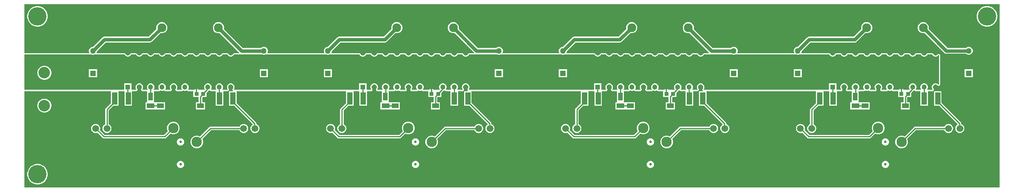
<source format=gtl>
%FSTAX25Y25*%
%MOIN*%
%SFA1B1*%

%IPPOS*%
%ADD13C,0.010000*%
%ADD14R,0.045276X0.106299*%
%ADD15R,0.039764X0.071653*%
%ADD16R,0.059055X0.043307*%
%ADD17R,0.035433X0.037402*%
%ADD18R,0.070866X0.041339*%
%ADD39C,0.030000*%
%ADD40C,0.160000*%
%ADD41C,0.021654*%
%ADD42C,0.090354*%
%ADD43R,0.090354X0.090354*%
%ADD44R,0.046063X0.046063*%
%ADD45C,0.046063*%
%ADD46C,0.100787*%
%ADD47C,0.059055*%
%ADD48C,0.167716*%
%ADD49R,0.044606X0.044606*%
%ADD50C,0.044606*%
%ADD51R,0.050197X0.050197*%
%ADD52C,0.050197*%
%ADD53C,0.076772*%
%ADD54C,0.050000*%
%LNamp_8ch-1*%
%LPD*%
G36*
X0854Y0001D02*
X0001D01*
Y008548*
X0076347*
X007683Y008544*
Y008498*
Y0074973*
X0072095Y0070238*
X0071764Y0069742*
X0071647Y0069157*
Y0056366*
X007075Y0055848*
X0070014Y0055112*
X0069493Y005421*
X0069224Y0053205*
Y0052164*
X0069493Y0051159*
X0070014Y0050258*
X007075Y0049522*
X0071651Y0049001*
X0072656Y0048732*
X0073697*
X0074702Y0049001*
X0075604Y0049522*
X007634Y0050258*
X007686Y0051159*
X0077129Y0052164*
Y0053205*
X007686Y005421*
X007634Y0055112*
X0075604Y0055848*
X0074706Y0056366*
Y0068524*
X0078993Y0072811*
X0083358*
Y008498*
Y008544*
X0083841Y008548*
X0088158*
X0088278Y008547*
X0088641Y0085044*
Y0072811*
X0095169*
Y0085305*
X0095634Y0085478*
X0095652Y008548*
X0098778*
X0099168Y0085558*
X0099499Y0085779*
X009972Y0086109*
X009972*
X0099911Y0086571*
Y0086571*
X0099989Y0086961*
X0099911Y0087352*
X0099801Y0087517*
X0099798Y0087526*
X0099439Y0088146*
X0099289Y0088709*
Y0089291*
X0099439Y0089853*
X0099731Y0090357*
X0100142Y0090769*
X0100646Y009106*
X0101209Y009121*
X0101791*
X0102353Y009106*
X0102857Y0090769*
X0103269Y0090357*
X010356Y0089853*
X010371Y0089291*
Y0088709*
X010356Y0088146*
X0103201Y0087526*
X0103199Y0087517*
X0103088Y0087352*
X010301Y0086961*
X0103088Y0086571*
X0103279Y0086109*
X01035Y0085779*
X0103831Y0085558*
X0104221Y008548*
X0107821*
X0108208Y0085208*
Y0076098*
X0108208Y0076043*
X0108075Y0075598*
X0106956*
Y0069464*
X0116027*
Y006946*
X0123933*
Y0075791*
X0116027*
Y0075598*
X0114318*
X0114185Y0076043*
X0114185Y0076098*
Y0085002*
X0114201Y008522*
X0114572Y008548*
X0118778*
X0119168Y0085558*
X0119499Y0085779*
X011972Y0086109*
X012021Y0086014*
X0120253Y0085989*
X0121074Y0085769*
X0121925*
X0122746Y0085989*
X0122789Y0086014*
X0123279Y0086109*
X01235Y0085779*
X0123831Y0085558*
X0124221Y008548*
X0128778*
X0129168Y0085558*
X0129499Y0085779*
X012972Y0086109*
X0129911Y0086571*
Y0086571*
X0129989Y0086961*
X0129911Y0087352*
X0129801Y0087517*
X0129798Y0087526*
X0129439Y0088146*
X0129289Y0088709*
Y0089291*
X0129439Y0089853*
X0129731Y0090357*
X0130142Y0090769*
X0130646Y009106*
X0131209Y009121*
X0131791*
X0132353Y009106*
X0132857Y0090769*
X0133269Y0090357*
X013356Y0089853*
X013371Y0089291*
Y0088709*
X013356Y0088146*
X0133201Y0087526*
X0133199Y0087517*
X0133088Y0087352*
X013301Y0086961*
X0133088Y0086571*
X0133279Y0086109*
X01335Y0085779*
X0133831Y0085558*
X0134221Y008548*
X0138778*
X0139168Y0085558*
X0139499Y0085779*
X013972Y0086109*
X014021Y0086014*
X0140253Y0085989*
X0141074Y0085769*
X0141925*
X0142746Y0085989*
X0142789Y0086014*
X0143279Y0086109*
X01435Y0085779*
X0143831Y0085558*
X0144221Y008548*
X0148775*
Y0080255*
X015349*
Y0075791*
X0151066*
Y006946*
X0158972*
Y0075791*
X0156549*
Y0079961*
X0156844Y0080255*
X0160224*
Y0083833*
X0161919Y0085528*
X0162114Y008582*
X0162746Y0085989*
X0162789Y0086014*
X0163279Y0086109*
X01635Y0085779*
X0163831Y0085558*
X0164221Y008548*
X0167847*
X0167859Y0085479*
X016833Y0085318*
Y0072811*
X0174858*
Y008544*
X0175341Y008548*
X0178778*
X0179168Y0085558*
X0179499Y0085779*
X017972Y0086109*
X0179911Y0086571*
Y0086571*
X0179989Y0086961*
X0179911Y0087352*
X0179801Y0087517*
X0179798Y0087526*
X0179439Y0088146*
X0179289Y0088709*
Y0089291*
X0179439Y0089853*
X0179731Y0090357*
X0180142Y0090769*
X0180646Y009106*
X0181209Y009121*
X0181791*
X0182353Y009106*
X0182857Y0090769*
X0183269Y0090357*
X018356Y0089853*
X018371Y0089291*
Y0088709*
X018356Y0088146*
X0183201Y0087526*
X0183199Y0087517*
X0183088Y0087352*
X018301Y0086961*
X0183088Y0086571*
X0183279Y0086109*
X0183392Y008594*
X0183178Y0085448*
X0183171Y008544*
X0180141*
Y0072811*
X0184506*
X0200694Y0056623*
X0200642Y0056074*
X020025Y0055848*
X0199514Y0055112*
X0198993Y005421*
X0198724Y0053205*
Y0052164*
X0198993Y0051159*
X0199514Y0050258*
X020025Y0049522*
X0201151Y0049001*
X0202156Y0048732*
X0203197*
X0204202Y0049001*
X0205104Y0049522*
X020584Y0050258*
X020636Y0051159*
X0206629Y0052164*
Y0053205*
X020636Y005421*
X020584Y0055112*
X0205104Y0055848*
X0204202Y0056368*
X0203871Y0056457*
Y0057137*
X0203755Y0057723*
X0203423Y0058219*
X0186669Y0074973*
Y008498*
Y008544*
X0187153Y008548*
X0281847*
X028233Y008544*
Y008498*
Y0074973*
X0277595Y0070238*
X0277264Y0069742*
X0277147Y0069157*
Y0056366*
X027625Y0055848*
X0275514Y0055112*
X0274993Y005421*
X0274724Y0053205*
Y0052164*
X0274993Y0051159*
X0275514Y0050258*
X027625Y0049522*
X0277151Y0049001*
X0278156Y0048732*
X0279197*
X0280202Y0049001*
X0281104Y0049522*
X028184Y0050258*
X028236Y0051159*
X0282629Y0052164*
Y0053205*
X028236Y005421*
X028184Y0055112*
X0281104Y0055848*
X0280206Y0056366*
Y0068524*
X0284493Y0072811*
X0288858*
Y008498*
Y008544*
X0289341Y008548*
X0293658*
X0293778Y008547*
X0294141Y0085044*
Y0072811*
X0300669*
Y0085305*
X0301134Y0085478*
X0301153Y008548*
X0304278*
X0304668Y0085558*
X0304999Y0085779*
X030522Y0086109*
X0305411Y0086571*
Y0086571*
X0305489Y0086961*
X0305411Y0087352*
X0305301Y0087517*
X0305298Y0087526*
X0304939Y0088146*
X0304789Y0088709*
Y0089291*
X0304939Y0089853*
X0305231Y0090357*
X0305642Y0090769*
X0306146Y009106*
X0306709Y009121*
X0307291*
X0307853Y009106*
X0308357Y0090769*
X0308769Y0090357*
X030906Y0089853*
X030921Y0089291*
Y0088709*
X030906Y0088146*
X0308701Y0087526*
X0308699Y0087517*
X0308588Y0087352*
X030851Y0086961*
X0308588Y0086571*
X0308779Y0086109*
X0309Y0085779*
X0309331Y0085558*
X0309721Y008548*
X0313321*
X0313708Y0085208*
Y0076098*
X0313708Y0076043*
X0313575Y0075598*
X0312456*
Y0069464*
X0321527*
Y006946*
X0329433*
Y0075791*
X0321527*
Y0075598*
X0319818*
X0319685Y0076043*
X0319685Y0076098*
Y0085002*
X0319701Y008522*
X0320072Y008548*
X0324278*
X0324668Y0085558*
X0324999Y0085779*
X032522Y0086109*
X032571Y0086014*
X0325753Y0085989*
X0326574Y0085769*
X0327425*
X0328246Y0085989*
X0328289Y0086014*
X0328779Y0086109*
X0329Y0085779*
X0329331Y0085558*
X0329721Y008548*
X0334278*
X0334668Y0085558*
X0334999Y0085779*
X033522Y0086109*
X0335411Y0086571*
Y0086571*
X0335489Y0086961*
X0335411Y0087352*
X0335301Y0087517*
X0335298Y0087526*
X0334939Y0088146*
X0334789Y0088709*
Y0089291*
X0334939Y0089853*
X0335231Y0090357*
X0335642Y0090769*
X0336146Y009106*
X0336709Y009121*
X0337291*
X0337853Y009106*
X0338357Y0090769*
X0338769Y0090357*
X033906Y0089853*
X033921Y0089291*
Y0088709*
X033906Y0088146*
X0338701Y0087526*
X0338699Y0087517*
X0338588Y0087352*
X033851Y0086961*
X0338588Y0086571*
X0338779Y0086109*
X0339Y0085779*
X0339331Y0085558*
X0339721Y008548*
X0344278*
X0344668Y0085558*
X0344999Y0085779*
X034522Y0086109*
X034571Y0086014*
X0345753Y0085989*
X0346574Y0085769*
X0347425*
X0348246Y0085989*
X0348289Y0086014*
X0348779Y0086109*
X0349Y0085779*
X0349331Y0085558*
X0349721Y008548*
X0354275*
Y0080255*
X035899*
Y0075791*
X0356566*
Y006946*
X0364472*
Y0075791*
X0362049*
Y0079961*
X0362344Y0080255*
X0365724*
Y0083833*
X0367419Y0085528*
X0367614Y008582*
X0368246Y0085989*
X0368289Y0086014*
X0368779Y0086109*
X0369Y0085779*
X0369331Y0085558*
X0369721Y008548*
X0373347*
X0373359Y0085479*
X037383Y0085318*
Y0072811*
X0380358*
Y008544*
X0380841Y008548*
X0384278*
X0384668Y0085558*
X0384999Y0085779*
X038522Y0086109*
X0385411Y0086571*
Y0086571*
X0385489Y0086961*
X0385411Y0087352*
X0385301Y0087517*
X0385298Y0087526*
X0384939Y0088146*
X0384789Y0088709*
Y0089291*
X0384939Y0089853*
X0385231Y0090357*
X0385642Y0090769*
X0386146Y009106*
X0386709Y009121*
X0387291*
X0387853Y009106*
X0388357Y0090769*
X0388769Y0090357*
X038906Y0089853*
X038921Y0089291*
Y0088709*
X038906Y0088146*
X0388701Y0087526*
X0388699Y0087517*
X0388588Y0087352*
X038851Y0086961*
X0388588Y0086571*
X0388779Y0086109*
X0388892Y008594*
X0388678Y0085448*
X0388671Y008544*
X0385641*
Y0072811*
X0390006*
X0406194Y0056623*
X0406142Y0056074*
X040575Y0055848*
X0405014Y0055112*
X0404493Y005421*
X0404224Y0053205*
Y0052164*
X0404493Y0051159*
X0405014Y0050258*
X040575Y0049522*
X0406651Y0049001*
X0407656Y0048732*
X0408697*
X0409702Y0049001*
X0410604Y0049522*
X041134Y0050258*
X041186Y0051159*
X0412129Y0052164*
Y0053205*
X041186Y005421*
X041134Y0055112*
X0410604Y0055848*
X0409702Y0056368*
X0409371Y0056457*
Y0057137*
X0409255Y0057723*
X0408924Y0058219*
X0392169Y0074973*
Y008498*
Y008544*
X0392653Y008548*
X0487347*
X048783Y008544*
Y008498*
Y0074973*
X0483095Y0070238*
X0482764Y0069742*
X0482647Y0069157*
Y0056366*
X048175Y0055848*
X0481014Y0055112*
X0480493Y005421*
X0480224Y0053205*
Y0052164*
X0480493Y0051159*
X0481014Y0050258*
X048175Y0049522*
X0482651Y0049001*
X0483656Y0048732*
X0484697*
X0485702Y0049001*
X0486604Y0049522*
X048734Y0050258*
X048786Y0051159*
X0488129Y0052164*
Y0053205*
X048786Y005421*
X048734Y0055112*
X0486604Y0055848*
X0485706Y0056366*
Y0068524*
X0489993Y0072811*
X0494358*
Y008498*
Y008544*
X0494841Y008548*
X0499158*
X0499278Y008547*
X0499641Y0085044*
Y0072811*
X0506169*
Y0085305*
X0506634Y0085478*
X0506652Y008548*
X0509778*
X0510168Y0085558*
X0510499Y0085779*
X051072Y0086109*
X051072*
X0510911Y0086571*
Y0086571*
X0510989Y0086961*
X0510911Y0087352*
X0510801Y0087517*
X0510798Y0087526*
X0510439Y0088146*
X0510289Y0088709*
Y0089291*
X0510439Y0089853*
X0510731Y0090357*
X0511142Y0090769*
X0511646Y009106*
X0512209Y009121*
X0512791*
X0513353Y009106*
X0513857Y0090769*
X0514269Y0090357*
X051456Y0089853*
X051471Y0089291*
Y0088709*
X051456Y0088146*
X0514201Y0087526*
X0514199Y0087517*
X0514088Y0087352*
X051401Y0086961*
X0514088Y0086571*
X0514279Y0086109*
X0514279*
X05145Y0085779*
X0514831Y0085558*
X0515221Y008548*
X0518821*
X0519208Y0085208*
Y0076098*
Y0076043*
X0519075Y0075598*
X0517956*
Y0069464*
X0527027*
Y006946*
X0534933*
Y0075791*
X0527027*
Y0075598*
X0525318*
X0525185Y0076043*
Y0076098*
Y0085002*
X0525201Y008522*
X0525572Y008548*
X0529778*
X0530168Y0085558*
X0530499Y0085779*
X053072Y0086109*
X053121Y0086014*
X0531253Y0085989*
X0532074Y0085769*
X0532925*
X0533746Y0085989*
X0533789Y0086014*
X0534279Y0086109*
X05345Y0085779*
X0534831Y0085558*
X0535221Y008548*
X0539778*
X0540168Y0085558*
X0540499Y0085779*
X054072Y0086109*
X054072*
X0540911Y0086571*
Y0086571*
X0540989Y0086961*
X0540911Y0087352*
X0540801Y0087517*
X0540798Y0087526*
X0540439Y0088146*
X0540289Y0088709*
Y0089291*
X0540439Y0089853*
X0540731Y0090357*
X0541142Y0090769*
X0541646Y009106*
X0542209Y009121*
X0542791*
X0543353Y009106*
X0543857Y0090769*
X0544269Y0090357*
X054456Y0089853*
X054471Y0089291*
Y0088709*
X054456Y0088146*
X0544201Y0087526*
X0544199Y0087517*
X0544088Y0087352*
X054401Y0086961*
X0544088Y0086571*
X0544279Y0086109*
X0544279*
X05445Y0085779*
X0544831Y0085558*
X0545221Y008548*
X0549778*
X0550168Y0085558*
X0550499Y0085779*
X055072Y0086109*
X055121Y0086014*
X0551253Y0085989*
X0552074Y0085769*
X0552925*
X0553746Y0085989*
X0553789Y0086014*
X0554279Y0086109*
X05545Y0085779*
X0554831Y0085558*
X0555221Y008548*
X0559775*
Y0080255*
X056449*
Y0075791*
X0562066*
Y006946*
X0569972*
Y0075791*
X0567549*
Y0079961*
X0567844Y0080255*
X0571224*
Y0083833*
X0572919Y0085528*
X0573114Y008582*
X0573746Y0085989*
X0573789Y0086014*
X0574279Y0086109*
X05745Y0085779*
X0574831Y0085558*
X0575221Y008548*
X0578847*
X0578859Y0085479*
X057933Y0085318*
Y0072811*
X0585858*
Y008544*
X0586341Y008548*
X0589778*
X0590168Y0085558*
X0590499Y0085779*
X059072Y0086109*
X059072*
X0590911Y0086571*
Y0086571*
X0590989Y0086961*
X0590911Y0087352*
X0590801Y0087517*
X0590798Y0087526*
X0590439Y0088146*
X0590289Y0088709*
Y0089291*
X0590439Y0089853*
X0590731Y0090357*
X0591142Y0090769*
X0591646Y009106*
X0592209Y009121*
X0592791*
X0593353Y009106*
X0593857Y0090769*
X0594269Y0090357*
X059456Y0089853*
X059471Y0089291*
Y0088709*
X059456Y0088146*
X0594201Y0087526*
X0594199Y0087517*
X0594088Y0087352*
X059401Y0086961*
X0594088Y0086571*
X0594279Y0086109*
X0594279*
X0594392Y008594*
X0594178Y0085448*
X0594171Y008544*
X0591141*
Y0072811*
X0595506*
X0611694Y0056623*
X0611642Y0056074*
X061125Y0055848*
X0610514Y0055112*
X0609993Y005421*
X0609724Y0053205*
Y0052164*
X0609993Y0051159*
X0610514Y0050258*
X061125Y0049522*
X0612151Y0049001*
X0613156Y0048732*
X0614197*
X0615202Y0049001*
X0616104Y0049522*
X061684Y0050258*
X061736Y0051159*
X0617629Y0052164*
Y0053205*
X061736Y005421*
X061684Y0055112*
X0616104Y0055848*
X0615202Y0056368*
X0614871Y0056457*
Y0057137*
X0614755Y0057723*
X0614423Y0058219*
X0597669Y0074973*
Y008498*
Y008544*
X0598152Y008548*
X0692847*
X069333Y008544*
Y008498*
Y0074973*
X0688595Y0070238*
X0688264Y0069742*
X0688147Y0069157*
Y0056366*
X068725Y0055848*
X0686514Y0055112*
X0685993Y005421*
X0685724Y0053205*
Y0052164*
X0685993Y0051159*
X0686514Y0050258*
X068725Y0049522*
X0688151Y0049001*
X0689156Y0048732*
X0690197*
X0691202Y0049001*
X0692104Y0049522*
X069284Y0050258*
X069336Y0051159*
X0693629Y0052164*
Y0053205*
X069336Y005421*
X069284Y0055112*
X0692104Y0055848*
X0691206Y0056366*
Y0068524*
X0695493Y0072811*
X0699858*
Y008498*
Y008544*
X0700341Y008548*
X0704658*
X0704778Y008547*
X0705141Y0085044*
Y0072811*
X0711669*
Y0085305*
X0712134Y0085478*
X0712152Y008548*
X0715278*
X0715668Y0085558*
X0715999Y0085779*
X071622Y0086109*
X071622*
X0716411Y0086571*
Y0086571*
X0716489Y0086961*
X0716411Y0087352*
X0716301Y0087517*
X0716298Y0087526*
X0715939Y0088146*
X0715789Y0088709*
Y0089291*
X0715939Y0089853*
X0716231Y0090357*
X0716642Y0090769*
X0717146Y009106*
X0717709Y009121*
X0718291*
X0718853Y009106*
X0719357Y0090769*
X0719769Y0090357*
X072006Y0089853*
X072021Y0089291*
Y0088709*
X072006Y0088146*
X0719701Y0087526*
X0719699Y0087517*
X0719588Y0087352*
X071951Y0086961*
X0719588Y0086571*
X0719779Y0086109*
X0719779*
X072Y0085779*
X0720331Y0085558*
X0720721Y008548*
X0724321*
X0724708Y0085208*
Y0076098*
Y0076043*
X0724575Y0075598*
X0723456*
Y0069464*
X0732527*
Y006946*
X0740433*
Y0075791*
X0732527*
Y0075598*
X0730818*
X0730685Y0076043*
Y0076098*
Y0085002*
X0730701Y008522*
X0731072Y008548*
X0735278*
X0735668Y0085558*
X0735999Y0085779*
X073622Y0086109*
X073671Y0086014*
X0736753Y0085989*
X0737574Y0085769*
X0738425*
X0739246Y0085989*
X0739289Y0086014*
X0739779Y0086109*
X074Y0085779*
X0740331Y0085558*
X0740721Y008548*
X0745278*
X0745668Y0085558*
X0745999Y0085779*
X074622Y0086109*
X074622*
X0746411Y0086571*
Y0086571*
X0746489Y0086961*
X0746411Y0087352*
X0746301Y0087517*
X0746298Y0087526*
X0745939Y0088146*
X0745789Y0088709*
Y0089291*
X0745939Y0089853*
X0746231Y0090357*
X0746642Y0090769*
X0747146Y009106*
X0747709Y009121*
X0748291*
X0748853Y009106*
X0749357Y0090769*
X0749769Y0090357*
X075006Y0089853*
X075021Y0089291*
Y0088709*
X075006Y0088146*
X0749701Y0087526*
X0749699Y0087517*
X0749588Y0087352*
X074951Y0086961*
X0749588Y0086571*
X0749779Y0086109*
X0749779*
X075Y0085779*
X0750331Y0085558*
X0750721Y008548*
X0755278*
X0755668Y0085558*
X0755999Y0085779*
X075622Y0086109*
X075671Y0086014*
X0756753Y0085989*
X0757574Y0085769*
X0758425*
X0759246Y0085989*
X0759289Y0086014*
X0759779Y0086109*
X076Y0085779*
X0760331Y0085558*
X0760721Y008548*
X0765275*
Y0080255*
X076999*
Y0075791*
X0767566*
Y006946*
X0775472*
Y0075791*
X0773049*
Y0079961*
X0773344Y0080255*
X0776724*
Y0083833*
X0778419Y0085528*
X0778614Y008582*
X0779246Y0085989*
X0779289Y0086014*
X0779779Y0086109*
X078Y0085779*
X0780331Y0085558*
X0780721Y008548*
X0784347*
X0784359Y0085479*
X078483Y0085318*
Y0072811*
X0791358*
Y008544*
X0791841Y008548*
X0795278*
X0795668Y0085558*
X0795999Y0085779*
X079622Y0086109*
X079622*
X0796411Y0086571*
Y0086571*
X0796489Y0086961*
X0796411Y0087352*
X0796301Y0087517*
X0796298Y0087526*
X0795939Y0088146*
X0795789Y0088709*
Y0089291*
X0795939Y0089853*
X0796231Y0090357*
X0796642Y0090769*
X0797146Y009106*
X0797709Y009121*
X0798291*
X0798853Y009106*
X0799357Y0090769*
X0799779Y0090347*
X0799879Y009028*
X0799967Y0090199*
X0800042Y0090171*
X0800109Y0090126*
X0800227Y0090102*
X080034Y0090061*
X0800421Y0090064*
X08005Y0090048*
X0800617Y0090072*
X0800738Y0090076*
X0801238Y0090197*
X0801311Y009023*
X080139Y0090246*
X080149Y0090313*
X0801599Y0090363*
X0801654Y0090422*
X0801721Y0090467*
X0801787Y0090567*
X0801869Y0090655*
X0801897Y0090731*
X0801942Y0090798*
X0801965Y0090916*
X0802007Y0091028*
X0802003Y0091109*
X0802019Y0091188*
Y0116752*
X0801997Y0116862*
X0801995Y0116974*
X0801959Y0117055*
X0801942Y0117143*
X0801879Y0117236*
X0801834Y0117338*
X080177Y01174*
X0801721Y0117473*
X0801627Y0117536*
X0801546Y0117613*
X0801398Y0117707*
X0801241Y0117768*
X0801089Y0117838*
X0800738Y0117923*
X0800617Y0117927*
X08005Y0117951*
X0800421Y0117935*
X080034Y0117938*
X0800227Y0117897*
X0800109Y0117873*
X0800042Y0117828*
X0799967Y0117801*
X0799879Y0117719*
X0799779Y0117652*
X0799357Y0117231*
X0798853Y0116939*
X0798291Y0116789*
X0797709*
X0797146Y0116939*
X0796642Y0117231*
X0796231Y0117642*
X0796019Y0118009*
X0795931Y011811*
X0795856Y0118221*
X0795801Y0118258*
X0795756Y0118308*
X0795637Y0118367*
X0795526Y0118442*
X079546Y0118455*
X0795399Y0118484*
X0795266Y0118493*
X0795136Y0118519*
X0790864*
X0790733Y0118493*
X07906Y0118484*
X0790539Y0118455*
X0790473Y0118442*
X0790363Y0118367*
X0790243Y0118308*
X0790199Y0118258*
X0790143Y0118221*
X0790069Y011811*
X0789981Y0118009*
X0789769Y0117642*
X0789357Y0117231*
X0788853Y0116939*
X0788291Y0116789*
X0787709*
X0787146Y0116939*
X0786642Y0117231*
X0786231Y0117642*
X0786019Y0118009*
X0785931Y011811*
X0785856Y0118221*
X0785801Y0118258*
X0785756Y0118308*
X0785637Y0118367*
X0785526Y0118442*
X078546Y0118455*
X0785399Y0118484*
X0785266Y0118493*
X0785136Y0118519*
X0780864*
X0780733Y0118493*
X07806Y0118484*
X0780539Y0118455*
X0780473Y0118442*
X0780363Y0118367*
X0780243Y0118308*
X0780199Y0118258*
X0780143Y0118221*
X0780069Y011811*
X0779981Y0118009*
X0779769Y0117642*
X0779357Y0117231*
X0778853Y0116939*
X0778291Y0116789*
X0777709*
X0777146Y0116939*
X0776642Y0117231*
X0776231Y0117642*
X0776019Y0118009*
X0775931Y011811*
X0775856Y0118221*
X0775801Y0118258*
X0775756Y0118308*
X0775637Y0118367*
X0775526Y0118442*
X077546Y0118455*
X0775399Y0118484*
X0775266Y0118493*
X0775136Y0118519*
X0770864*
X0770733Y0118493*
X07706Y0118484*
X0770539Y0118455*
X0770473Y0118442*
X0770363Y0118367*
X0770243Y0118308*
X0770199Y0118258*
X0770143Y0118221*
X0770069Y011811*
X0769981Y0118009*
X0769769Y0117642*
X0769357Y0117231*
X0768853Y0116939*
X0768291Y0116789*
X0767709*
X0767146Y0116939*
X0766642Y0117231*
X0766231Y0117642*
X0766019Y0118009*
X0765931Y011811*
X0765856Y0118221*
X0765801Y0118258*
X0765756Y0118308*
X0765637Y0118367*
X0765526Y0118442*
X076546Y0118455*
X0765399Y0118484*
X0765266Y0118493*
X0765136Y0118519*
X0760864*
X0760733Y0118493*
X07606Y0118484*
X0760539Y0118455*
X0760473Y0118442*
X0760363Y0118367*
X0760243Y0118308*
X0760199Y0118258*
X0760143Y0118221*
X0760069Y011811*
X0759981Y0118009*
X0759769Y0117642*
X0759357Y0117231*
X0758853Y0116939*
X0758291Y0116789*
X0757709*
X0757146Y0116939*
X0756642Y0117231*
X0756231Y0117642*
X0756019Y0118009*
X0755931Y011811*
X0755856Y0118221*
X0755801Y0118258*
X0755756Y0118308*
X0755637Y0118367*
X0755526Y0118442*
X075546Y0118455*
X0755399Y0118484*
X0755266Y0118493*
X0755136Y0118519*
X0750864*
X0750733Y0118493*
X07506Y0118484*
X0750539Y0118455*
X0750473Y0118442*
X0750363Y0118367*
X0750243Y0118308*
X0750199Y0118258*
X0750143Y0118221*
X0750069Y011811*
X0749981Y0118009*
X0749769Y0117642*
X0749357Y0117231*
X0748853Y0116939*
X0748291Y0116789*
X0747709*
X0747146Y0116939*
X0746642Y0117231*
X0746231Y0117642*
X0746019Y0118009*
X0745931Y011811*
X0745856Y0118221*
X0745801Y0118258*
X0745756Y0118308*
X0745637Y0118367*
X0745526Y0118442*
X074546Y0118455*
X0745399Y0118484*
X0745266Y0118493*
X0745136Y0118519*
X0740864*
X0740733Y0118493*
X07406Y0118484*
X0740539Y0118455*
X0740473Y0118442*
X0740363Y0118367*
X0740243Y0118308*
X0740199Y0118258*
X0740143Y0118221*
X0740069Y011811*
X0739981Y0118009*
X0739769Y0117642*
X0739357Y0117231*
X0738853Y0116939*
X0738291Y0116789*
X0737709*
X0737146Y0116939*
X0736642Y0117231*
X0736231Y0117642*
X0736019Y0118009*
X0735931Y011811*
X0735856Y0118221*
X0735801Y0118258*
X0735756Y0118308*
X0735637Y0118367*
X0735526Y0118442*
X073546Y0118455*
X0735399Y0118484*
X0735266Y0118493*
X0735136Y0118519*
X0730864*
X0730733Y0118493*
X07306Y0118484*
X0730539Y0118455*
X0730473Y0118442*
X0730363Y0118367*
X0730243Y0118308*
X0730199Y0118258*
X0730143Y0118221*
X0730069Y011811*
X0729981Y0118009*
X0729769Y0117642*
X0729357Y0117231*
X0728853Y0116939*
X0728291Y0116789*
X0727709*
X0727146Y0116939*
X0726642Y0117231*
X0726231Y0117642*
X0726019Y0118009*
X0725931Y011811*
X0725856Y0118221*
X0725801Y0118258*
X0725756Y0118308*
X0725637Y0118367*
X0725526Y0118442*
X072546Y0118455*
X0725399Y0118484*
X0725266Y0118493*
X0725136Y0118519*
X0720864*
X0720733Y0118493*
X07206Y0118484*
X0720539Y0118455*
X0720473Y0118442*
X0720363Y0118367*
X0720243Y0118308*
X0720199Y0118258*
X0720143Y0118221*
X0720069Y011811*
X0719981Y0118009*
X0719769Y0117642*
X0719357Y0117231*
X0718853Y0116939*
X0718291Y0116789*
X0717709*
X0717146Y0116939*
X0716642Y0117231*
X0716231Y0117642*
X0716019Y0118009*
X0715931Y011811*
X0715856Y0118221*
X0715801Y0118258*
X0715756Y0118308*
X0715637Y0118367*
X0715526Y0118442*
X071546Y0118455*
X0715399Y0118484*
X0715266Y0118493*
X0715136Y0118519*
X0710864*
X0710733Y0118493*
X07106Y0118484*
X0710539Y0118455*
X0710473Y0118442*
X0710363Y0118367*
X0710243Y0118308*
X0710199Y0118258*
X0710143Y0118221*
X0710069Y011811*
X0709981Y0118009*
X0709769Y0117642*
X0709357Y0117231*
X0708853Y0116939*
X0708291Y0116789*
X0707709*
X0707146Y0116939*
X0706642Y0117231*
X0706231Y0117642*
X0706019Y0118009*
X0705931Y011811*
X0705856Y0118221*
X0705801Y0118258*
X0705756Y0118308*
X0705637Y0118367*
X0705526Y0118442*
X070546Y0118455*
X0705399Y0118484*
X0705266Y0118493*
X0705136Y0118519*
X0680807*
X0680518Y0119019*
X068077Y0119456*
X0681009Y0120348*
Y0120716*
X0688396Y0128102*
X0727336*
X0728311Y0128296*
X0729138Y0128848*
X0736577Y0136287*
X0737048Y0136161*
X0738322*
X0739552Y0136491*
X0740656Y0137128*
X0741556Y0138029*
X0742193Y0139132*
X0742523Y0140363*
Y0141637*
X0742193Y0142867*
X0741556Y0143971*
X0740656Y0144871*
X0739552Y0145508*
X0738322Y0145838*
X0737048*
X0735817Y0145508*
X0734714Y0144871*
X0733813Y0143971*
X0733176Y0142867*
X0732846Y0141637*
Y0140363*
X0732972Y0139892*
X072628Y01332*
X068734*
X0686364Y0133006*
X0685537Y0132453*
X0677405Y012432*
X0677037*
X0676145Y0124081*
X0675344Y0123619*
X0674691Y0122966*
X0674229Y0122165*
X067399Y0121273*
Y0120348*
X0674229Y0119456*
X0674481Y0119019*
X0674192Y0118519*
X0624807*
X0624518Y0119019*
X062477Y0119456*
X0625009Y0120348*
Y0121273*
X062477Y0122165*
X0624308Y0122966*
X0623655Y0123619*
X0622854Y0124081*
X0621962Y012432*
X0621037*
X0620145Y0124081*
X0619344Y0123619*
X0619085Y012336*
X0602929*
X0586397Y0139892*
X0586523Y0140363*
Y0141637*
X0586193Y0142867*
X0585556Y0143971*
X0584656Y0144871*
X0583552Y0145508*
X0582322Y0145838*
X0581048*
X0579817Y0145508*
X0578714Y0144871*
X0577813Y0143971*
X0577176Y0142867*
X0576846Y0141637*
Y0140363*
X0577176Y0139132*
X0577813Y0138029*
X0578714Y0137128*
X0579817Y0136491*
X0581048Y0136161*
X0582322*
X0582792Y0136287*
X060006Y0119019*
X0600056Y0118897*
X0599942Y0118519*
X0595364*
X0595233Y0118493*
X05951Y0118484*
X0595039Y0118455*
X0594973Y0118442*
X0594863Y0118367*
X0594743Y0118308*
X0594699Y0118258*
X0594643Y0118221*
X0594569Y011811*
X0594481Y0118009*
X0594269Y0117642*
X0593857Y0117231*
X0593353Y0116939*
X0592791Y0116789*
X0592209*
X0591646Y0116939*
X0591142Y0117231*
X0590731Y0117642*
X0590519Y0118009*
X0590431Y011811*
X0590356Y0118221*
X0590301Y0118258*
X0590256Y0118308*
X0590137Y0118367*
X0590026Y0118442*
X058996Y0118455*
X0589899Y0118484*
X0589766Y0118493*
X0589636Y0118519*
X0585364*
X0585233Y0118493*
X05851Y0118484*
X0585039Y0118455*
X0584973Y0118442*
X0584863Y0118367*
X0584743Y0118308*
X0584699Y0118258*
X0584643Y0118221*
X0584569Y011811*
X0584481Y0118009*
X0584269Y0117642*
X0583857Y0117231*
X0583353Y0116939*
X0582791Y0116789*
X0582209*
X0581646Y0116939*
X0581142Y0117231*
X0580731Y0117642*
X0580519Y0118009*
X0580431Y011811*
X0580356Y0118221*
X0580301Y0118258*
X0580256Y0118308*
X0580137Y0118367*
X0580026Y0118442*
X057996Y0118455*
X0579899Y0118484*
X0579766Y0118493*
X0579636Y0118519*
X0575364*
X0575233Y0118493*
X05751Y0118484*
X0575039Y0118455*
X0574973Y0118442*
X0574863Y0118367*
X0574743Y0118308*
X0574699Y0118258*
X0574643Y0118221*
X0574569Y011811*
X0574481Y0118009*
X0574269Y0117642*
X0573857Y0117231*
X0573353Y0116939*
X0572791Y0116789*
X0572209*
X0571646Y0116939*
X0571142Y0117231*
X0570731Y0117642*
X0570519Y0118009*
X0570431Y011811*
X0570356Y0118221*
X0570301Y0118258*
X0570256Y0118308*
X0570137Y0118367*
X0570026Y0118442*
X056996Y0118455*
X0569899Y0118484*
X0569766Y0118493*
X0569636Y0118519*
X0565364*
X0565233Y0118493*
X05651Y0118484*
X0565039Y0118455*
X0564973Y0118442*
X0564863Y0118367*
X0564743Y0118308*
X0564699Y0118258*
X0564643Y0118221*
X0564569Y011811*
X0564481Y0118009*
X0564269Y0117642*
X0563857Y0117231*
X0563353Y0116939*
X0562791Y0116789*
X0562209*
X0561646Y0116939*
X0561142Y0117231*
X0560731Y0117642*
X0560519Y0118009*
X0560431Y011811*
X0560356Y0118221*
X0560301Y0118258*
X0560256Y0118308*
X0560137Y0118367*
X0560026Y0118442*
X055996Y0118455*
X0559899Y0118484*
X0559766Y0118493*
X0559636Y0118519*
X0555364*
X0555233Y0118493*
X05551Y0118484*
X0555039Y0118455*
X0554973Y0118442*
X0554863Y0118367*
X0554743Y0118308*
X0554699Y0118258*
X0554643Y0118221*
X0554569Y011811*
X0554481Y0118009*
X0554269Y0117642*
X0553857Y0117231*
X0553353Y0116939*
X0552791Y0116789*
X0552209*
X0551646Y0116939*
X0551142Y0117231*
X0550731Y0117642*
X0550519Y0118009*
X0550431Y011811*
X0550356Y0118221*
X0550301Y0118258*
X0550256Y0118308*
X0550137Y0118367*
X0550026Y0118442*
X054996Y0118455*
X0549899Y0118484*
X0549766Y0118493*
X0549636Y0118519*
X0545364*
X0545233Y0118493*
X05451Y0118484*
X0545039Y0118455*
X0544973Y0118442*
X0544863Y0118367*
X0544743Y0118308*
X0544699Y0118258*
X0544643Y0118221*
X0544569Y011811*
X0544481Y0118009*
X0544269Y0117642*
X0543857Y0117231*
X0543353Y0116939*
X0542791Y0116789*
X0542209*
X0541646Y0116939*
X0541142Y0117231*
X0540731Y0117642*
X0540519Y0118009*
X0540431Y011811*
X0540356Y0118221*
X0540301Y0118258*
X0540256Y0118308*
X0540137Y0118367*
X0540026Y0118442*
X053996Y0118455*
X0539899Y0118484*
X0539766Y0118493*
X0539636Y0118519*
X0535364*
X0535233Y0118493*
X05351Y0118484*
X0535039Y0118455*
X0534973Y0118442*
X0534863Y0118367*
X0534743Y0118308*
X0534699Y0118258*
X0534643Y0118221*
X0534569Y011811*
X0534481Y0118009*
X0534269Y0117642*
X0533857Y0117231*
X0533353Y0116939*
X0532791Y0116789*
X0532209*
X0531646Y0116939*
X0531142Y0117231*
X0530731Y0117642*
X0530519Y0118009*
X0530431Y011811*
X0530356Y0118221*
X0530301Y0118258*
X0530256Y0118308*
X0530137Y0118367*
X0530026Y0118442*
X052996Y0118455*
X0529899Y0118484*
X0529766Y0118493*
X0529636Y0118519*
X0525364*
X0525233Y0118493*
X05251Y0118484*
X0525039Y0118455*
X0524973Y0118442*
X0524863Y0118367*
X0524743Y0118308*
X0524699Y0118258*
X0524643Y0118221*
X0524569Y011811*
X0524481Y0118009*
X0524269Y0117642*
X0523857Y0117231*
X0523353Y0116939*
X0522791Y0116789*
X0522209*
X0521646Y0116939*
X0521142Y0117231*
X0520731Y0117642*
X0520519Y0118009*
X0520431Y011811*
X0520356Y0118221*
X0520301Y0118258*
X0520256Y0118308*
X0520137Y0118367*
X0520026Y0118442*
X051996Y0118455*
X0519899Y0118484*
X0519766Y0118493*
X0519636Y0118519*
X0515364*
X0515233Y0118493*
X05151Y0118484*
X0515039Y0118455*
X0514973Y0118442*
X0514863Y0118367*
X0514743Y0118308*
X0514699Y0118258*
X0514643Y0118221*
X0514569Y011811*
X0514481Y0118009*
X0514269Y0117642*
X0513857Y0117231*
X0513353Y0116939*
X0512791Y0116789*
X0512209*
X0511646Y0116939*
X0511142Y0117231*
X0510731Y0117642*
X0510519Y0118009*
X0510431Y011811*
X0510356Y0118221*
X0510301Y0118258*
X0510256Y0118308*
X0510137Y0118367*
X0510026Y0118442*
X050996Y0118455*
X0509899Y0118484*
X0509766Y0118493*
X0509636Y0118519*
X0505364*
X0505233Y0118493*
X05051Y0118484*
X0505039Y0118455*
X0504973Y0118442*
X0504863Y0118367*
X0504743Y0118308*
X0504699Y0118258*
X0504643Y0118221*
X0504569Y011811*
X0504481Y0118009*
X0504269Y0117642*
X0503857Y0117231*
X0503353Y0116939*
X0502791Y0116789*
X0502209*
X0501646Y0116939*
X0501142Y0117231*
X0500731Y0117642*
X0500519Y0118009*
X0500431Y011811*
X0500356Y0118221*
X0500301Y0118258*
X0500256Y0118308*
X0500137Y0118367*
X0500026Y0118442*
X049996Y0118455*
X0499899Y0118484*
X0499766Y0118493*
X0499636Y0118519*
X0475307*
X0475018Y0119019*
X047527Y0119456*
X0475509Y0120348*
Y0120716*
X0482896Y0128102*
X0521836*
X0522811Y0128296*
X0523638Y0128848*
X0531077Y0136287*
X0531548Y0136161*
X0532822*
X0534052Y0136491*
X0535156Y0137128*
X0536056Y0138029*
X0536693Y0139132*
X0537023Y0140363*
Y0141637*
X0536693Y0142867*
X0536056Y0143971*
X0535156Y0144871*
X0534052Y0145508*
X0532822Y0145838*
X0531548*
X0530317Y0145508*
X0529214Y0144871*
X0528313Y0143971*
X0527676Y0142867*
X0527346Y0141637*
Y0140363*
X0527472Y0139892*
X052078Y01332*
X048184*
X0480864Y0133006*
X0480037Y0132453*
X0471905Y012432*
X0471537*
X0470645Y0124081*
X0469844Y0123619*
X0469191Y0122966*
X0468729Y0122165*
X046849Y0121273*
Y0120348*
X0468729Y0119456*
X0468981Y0119019*
X0468692Y0118519*
X0419307*
X0419018Y0119019*
X041927Y0119456*
X0419509Y0120348*
Y0121273*
X041927Y0122165*
X0418808Y0122966*
X0418155Y0123619*
X0417354Y0124081*
X0416462Y012432*
X0415537*
X0414645Y0124081*
X0413844Y0123619*
X0413585Y012336*
X0397429*
X0380897Y0139892*
X0381023Y0140363*
Y0141637*
X0380693Y0142867*
X0380056Y0143971*
X0379156Y0144871*
X0378052Y0145508*
X0376822Y0145838*
X0375548*
X0374317Y0145508*
X0373214Y0144871*
X0372313Y0143971*
X0371676Y0142867*
X0371346Y0141637*
Y0140363*
X0371676Y0139132*
X0372313Y0138029*
X0373214Y0137128*
X0374317Y0136491*
X0375548Y0136161*
X0376822*
X0377292Y0136287*
X039456Y0119019*
X0394556Y0118897*
X0394442Y0118519*
X0389864*
X0389733Y0118493*
X03896Y0118484*
X0389539Y0118455*
X0389473Y0118442*
X0389363Y0118367*
X0389243Y0118308*
X0389199Y0118258*
X0389143Y0118221*
X0389069Y011811*
X0388981Y0118009*
X0388769Y0117642*
X0388357Y0117231*
X0387853Y0116939*
X0387291Y0116789*
X0386709*
X0386146Y0116939*
X0385642Y0117231*
X0385231Y0117642*
X0385019Y0118009*
X0384931Y011811*
X0384857Y0118221*
X0384801Y0118258*
X0384756Y0118308*
X0384637Y0118367*
X0384526Y0118442*
X038446Y0118455*
X0384399Y0118484*
X0384266Y0118493*
X0384136Y0118519*
X0379864*
X0379733Y0118493*
X03796Y0118484*
X0379539Y0118455*
X0379473Y0118442*
X0379363Y0118367*
X0379243Y0118308*
X0379199Y0118258*
X0379143Y0118221*
X0379069Y011811*
X0378981Y0118009*
X0378769Y0117642*
X0378357Y0117231*
X0377853Y0116939*
X0377291Y0116789*
X0376709*
X0376146Y0116939*
X0375642Y0117231*
X0375231Y0117642*
X0375019Y0118009*
X0374931Y011811*
X0374857Y0118221*
X0374801Y0118258*
X0374756Y0118308*
X0374637Y0118367*
X0374526Y0118442*
X037446Y0118455*
X0374399Y0118484*
X0374266Y0118493*
X0374136Y0118519*
X0369864*
X0369733Y0118493*
X03696Y0118484*
X0369539Y0118455*
X0369473Y0118442*
X0369363Y0118367*
X0369243Y0118308*
X0369199Y0118258*
X0369143Y0118221*
X0369069Y011811*
X0368981Y0118009*
X0368769Y0117642*
X0368357Y0117231*
X0367853Y0116939*
X0367291Y0116789*
X0366709*
X0366146Y0116939*
X0365642Y0117231*
X0365231Y0117642*
X0365019Y0118009*
X0364931Y011811*
X0364857Y0118221*
X0364801Y0118258*
X0364756Y0118308*
X0364637Y0118367*
X0364526Y0118442*
X036446Y0118455*
X0364399Y0118484*
X0364266Y0118493*
X0364136Y0118519*
X0359864*
X0359733Y0118493*
X03596Y0118484*
X0359539Y0118455*
X0359473Y0118442*
X0359363Y0118367*
X0359243Y0118308*
X0359199Y0118258*
X0359143Y0118221*
X0359069Y011811*
X0358981Y0118009*
X0358769Y0117642*
X0358357Y0117231*
X0357853Y0116939*
X0357291Y0116789*
X0356709*
X0356146Y0116939*
X0355642Y0117231*
X0355231Y0117642*
X0355019Y0118009*
X0354931Y011811*
X0354857Y0118221*
X0354801Y0118258*
X0354756Y0118308*
X0354637Y0118367*
X0354526Y0118442*
X035446Y0118455*
X0354399Y0118484*
X0354266Y0118493*
X0354136Y0118519*
X0349864*
X0349733Y0118493*
X03496Y0118484*
X0349539Y0118455*
X0349473Y0118442*
X0349363Y0118367*
X0349243Y0118308*
X0349199Y0118258*
X0349143Y0118221*
X0349069Y011811*
X0348981Y0118009*
X0348769Y0117642*
X0348357Y0117231*
X0347853Y0116939*
X0347291Y0116789*
X0346709*
X0346146Y0116939*
X0345642Y0117231*
X0345231Y0117642*
X0345019Y0118009*
X0344931Y011811*
X0344857Y0118221*
X0344801Y0118258*
X0344756Y0118308*
X0344637Y0118367*
X0344526Y0118442*
X034446Y0118455*
X0344399Y0118484*
X0344266Y0118493*
X0344136Y0118519*
X0339864*
X0339733Y0118493*
X03396Y0118484*
X0339539Y0118455*
X0339473Y0118442*
X0339363Y0118367*
X0339243Y0118308*
X0339199Y0118258*
X0339143Y0118221*
X0339069Y011811*
X0338981Y0118009*
X0338769Y0117642*
X0338357Y0117231*
X0337853Y0116939*
X0337291Y0116789*
X0336709*
X0336146Y0116939*
X0335642Y0117231*
X0335231Y0117642*
X0335019Y0118009*
X0334931Y011811*
X0334857Y0118221*
X0334801Y0118258*
X0334756Y0118308*
X0334637Y0118367*
X0334526Y0118442*
X033446Y0118455*
X0334399Y0118484*
X0334266Y0118493*
X0334136Y0118519*
X0329864*
X0329733Y0118493*
X03296Y0118484*
X0329539Y0118455*
X0329473Y0118442*
X0329363Y0118367*
X0329243Y0118308*
X0329199Y0118258*
X0329143Y0118221*
X0329069Y011811*
X0328981Y0118009*
X0328769Y0117642*
X0328357Y0117231*
X0327853Y0116939*
X0327291Y0116789*
X0326709*
X0326146Y0116939*
X0325642Y0117231*
X0325231Y0117642*
X0325019Y0118009*
X0324931Y011811*
X0324857Y0118221*
X0324801Y0118258*
X0324756Y0118308*
X0324637Y0118367*
X0324526Y0118442*
X032446Y0118455*
X0324399Y0118484*
X0324266Y0118493*
X0324136Y0118519*
X0319864*
X0319733Y0118493*
X03196Y0118484*
X0319539Y0118455*
X0319473Y0118442*
X0319363Y0118367*
X0319243Y0118308*
X0319199Y0118258*
X0319143Y0118221*
X0319069Y011811*
X0318981Y0118009*
X0318769Y0117642*
X0318357Y0117231*
X0317853Y0116939*
X0317291Y0116789*
X0316709*
X0316146Y0116939*
X0315642Y0117231*
X0315231Y0117642*
X0315019Y0118009*
X0314931Y011811*
X0314857Y0118221*
X0314801Y0118258*
X0314756Y0118308*
X0314637Y0118367*
X0314526Y0118442*
X031446Y0118455*
X0314399Y0118484*
X0314266Y0118493*
X0314136Y0118519*
X0309864*
X0309733Y0118493*
X03096Y0118484*
X0309539Y0118455*
X0309473Y0118442*
X0309363Y0118367*
X0309243Y0118308*
X0309199Y0118258*
X0309143Y0118221*
X0309069Y011811*
X0308981Y0118009*
X0308769Y0117642*
X0308357Y0117231*
X0307853Y0116939*
X0307291Y0116789*
X0306709*
X0306146Y0116939*
X0305642Y0117231*
X0305231Y0117642*
X0305019Y0118009*
X0304931Y011811*
X0304857Y0118221*
X0304801Y0118258*
X0304756Y0118308*
X0304637Y0118367*
X0304526Y0118442*
X030446Y0118455*
X0304399Y0118484*
X0304266Y0118493*
X0304136Y0118519*
X0299864*
X0299733Y0118493*
X02996Y0118484*
X0299539Y0118455*
X0299473Y0118442*
X0299363Y0118367*
X0299243Y0118308*
X0299199Y0118258*
X0299143Y0118221*
X0299069Y011811*
X0298981Y0118009*
X0298769Y0117642*
X0298357Y0117231*
X0297853Y0116939*
X0297291Y0116789*
X0296709*
X0296146Y0116939*
X0295642Y0117231*
X0295231Y0117642*
X0295019Y0118009*
X0294931Y011811*
X0294857Y0118221*
X0294801Y0118258*
X0294756Y0118308*
X0294637Y0118367*
X0294526Y0118442*
X029446Y0118455*
X0294399Y0118484*
X0294266Y0118493*
X0294136Y0118519*
X0269807*
X0269518Y0119019*
X026977Y0119456*
X0270009Y0120348*
Y0120716*
X0277396Y0128102*
X0316336*
X0317311Y0128296*
X0318138Y0128848*
X0325577Y0136287*
X0326048Y0136161*
X0327322*
X0328552Y0136491*
X0329656Y0137128*
X0330556Y0138029*
X0331193Y0139132*
X0331523Y0140363*
Y0141637*
X0331193Y0142867*
X0330556Y0143971*
X0329656Y0144871*
X0328552Y0145508*
X0327322Y0145838*
X0326048*
X0324817Y0145508*
X0323714Y0144871*
X0322813Y0143971*
X0322176Y0142867*
X0321846Y0141637*
Y0140363*
X0321972Y0139892*
X031528Y01332*
X027634*
X0275364Y0133006*
X0274537Y0132453*
X0266405Y012432*
X0266037*
X0265145Y0124081*
X0264344Y0123619*
X0263691Y0122966*
X0263229Y0122165*
X026299Y0121273*
Y0120348*
X0263229Y0119456*
X0263481Y0119019*
X0263192Y0118519*
X0213807*
X0213518Y0119019*
X021377Y0119456*
X0214009Y0120348*
Y0121273*
X021377Y0122165*
X0213308Y0122966*
X0212655Y0123619*
X0211854Y0124081*
X0210962Y012432*
X0210037*
X0209145Y0124081*
X0208344Y0123619*
X0208085Y012336*
X0191929*
X0175397Y0139892*
X0175523Y0140363*
Y0141637*
X0175193Y0142867*
X0174556Y0143971*
X0173656Y0144871*
X0172552Y0145508*
X0171322Y0145838*
X0170048*
X0168817Y0145508*
X0167714Y0144871*
X0166813Y0143971*
X0166176Y0142867*
X0165846Y0141637*
Y0140363*
X0166176Y0139132*
X0166813Y0138029*
X0167714Y0137128*
X0168817Y0136491*
X0170048Y0136161*
X0171322*
X0171792Y0136287*
X018906Y0119019*
X0189056Y0118897*
X0188942Y0118519*
X0184364*
X0184233Y0118493*
X01841Y0118484*
X0184039Y0118455*
X0183973Y0118442*
X0183863Y0118367*
X0183743Y0118308*
X0183699Y0118258*
X0183643Y0118221*
X0183569Y011811*
X0183481Y0118009*
X0183269Y0117642*
X0182857Y0117231*
X0182353Y0116939*
X0181791Y0116789*
X0181209*
X0180646Y0116939*
X0180142Y0117231*
X0179731Y0117642*
X0179519Y0118009*
X0179431Y011811*
X0179357Y0118221*
X0179301Y0118258*
X0179256Y0118308*
X0179137Y0118367*
X0179026Y0118442*
X017896Y0118455*
X0178899Y0118484*
X0178766Y0118493*
X0178636Y0118519*
X0174364*
X0174233Y0118493*
X01741Y0118484*
X0174039Y0118455*
X0173973Y0118442*
X0173863Y0118367*
X0173743Y0118308*
X0173699Y0118258*
X0173643Y0118221*
X0173569Y011811*
X0173481Y0118009*
X0173269Y0117642*
X0172857Y0117231*
X0172353Y0116939*
X0171791Y0116789*
X0171209*
X0170646Y0116939*
X0170142Y0117231*
X0169731Y0117642*
X0169519Y0118009*
X0169431Y011811*
X0169357Y0118221*
X0169301Y0118258*
X0169256Y0118308*
X0169137Y0118367*
X0169026Y0118442*
X016896Y0118455*
X0168899Y0118484*
X0168766Y0118493*
X0168636Y0118519*
X0164364*
X0164233Y0118493*
X01641Y0118484*
X0164039Y0118455*
X0163973Y0118442*
X0163863Y0118367*
X0163743Y0118308*
X0163699Y0118258*
X0163643Y0118221*
X0163569Y011811*
X0163481Y0118009*
X0163269Y0117642*
X0162857Y0117231*
X0162353Y0116939*
X0161791Y0116789*
X0161209*
X0160646Y0116939*
X0160142Y0117231*
X0159731Y0117642*
X0159519Y0118009*
X0159431Y011811*
X0159357Y0118221*
X0159301Y0118258*
X0159256Y0118308*
X0159137Y0118367*
X0159026Y0118442*
X015896Y0118455*
X0158899Y0118484*
X0158766Y0118493*
X0158636Y0118519*
X0154364*
X0154233Y0118493*
X01541Y0118484*
X0154039Y0118455*
X0153973Y0118442*
X0153863Y0118367*
X0153743Y0118308*
X0153699Y0118258*
X0153643Y0118221*
X0153569Y011811*
X0153481Y0118009*
X0153269Y0117642*
X0152857Y0117231*
X0152353Y0116939*
X0151791Y0116789*
X0151209*
X0150646Y0116939*
X0150142Y0117231*
X0149731Y0117642*
X0149519Y0118009*
X0149431Y011811*
X0149357Y0118221*
X0149301Y0118258*
X0149256Y0118308*
X0149137Y0118367*
X0149026Y0118442*
X014896Y0118455*
X0148899Y0118484*
X0148766Y0118493*
X0148636Y0118519*
X0144364*
X0144233Y0118493*
X01441Y0118484*
X0144039Y0118455*
X0143973Y0118442*
X0143863Y0118367*
X0143743Y0118308*
X0143699Y0118258*
X0143643Y0118221*
X0143569Y011811*
X0143481Y0118009*
X0143269Y0117642*
X0142857Y0117231*
X0142353Y0116939*
X0141791Y0116789*
X0141209*
X0140646Y0116939*
X0140142Y0117231*
X0139731Y0117642*
X0139519Y0118009*
X0139431Y011811*
X0139357Y0118221*
X0139301Y0118258*
X0139256Y0118308*
X0139137Y0118367*
X0139026Y0118442*
X013896Y0118455*
X0138899Y0118484*
X0138766Y0118493*
X0138636Y0118519*
X0134364*
X0134233Y0118493*
X01341Y0118484*
X0134039Y0118455*
X0133973Y0118442*
X0133863Y0118367*
X0133743Y0118308*
X0133699Y0118258*
X0133643Y0118221*
X0133569Y011811*
X0133481Y0118009*
X0133269Y0117642*
X0132857Y0117231*
X0132353Y0116939*
X0131791Y0116789*
X0131209*
X0130646Y0116939*
X0130142Y0117231*
X0129731Y0117642*
X0129519Y0118009*
X0129431Y011811*
X0129357Y0118221*
X0129301Y0118258*
X0129256Y0118308*
X0129137Y0118367*
X0129026Y0118442*
X012896Y0118455*
X0128899Y0118484*
X0128766Y0118493*
X0128636Y0118519*
X0124364*
X0124233Y0118493*
X01241Y0118484*
X0124039Y0118455*
X0123973Y0118442*
X0123863Y0118367*
X0123743Y0118308*
X0123699Y0118258*
X0123643Y0118221*
X0123569Y011811*
X0123481Y0118009*
X0123269Y0117642*
X0122857Y0117231*
X0122353Y0116939*
X0121791Y0116789*
X0121209*
X0120646Y0116939*
X0120142Y0117231*
X0119731Y0117642*
X0119519Y0118009*
X0119431Y011811*
X0119357Y0118221*
X0119301Y0118258*
X0119256Y0118308*
X0119137Y0118367*
X0119026Y0118442*
X011896Y0118455*
X0118899Y0118484*
X0118766Y0118493*
X0118636Y0118519*
X0114364*
X0114233Y0118493*
X01141Y0118484*
X0114039Y0118455*
X0113973Y0118442*
X0113863Y0118367*
X0113743Y0118308*
X0113699Y0118258*
X0113643Y0118221*
X0113569Y011811*
X0113481Y0118009*
X0113269Y0117642*
X0112857Y0117231*
X0112353Y0116939*
X0111791Y0116789*
X0111209*
X0110646Y0116939*
X0110142Y0117231*
X0109731Y0117642*
X0109519Y0118009*
X0109431Y011811*
X0109357Y0118221*
X0109301Y0118258*
X0109256Y0118308*
X0109137Y0118367*
X0109026Y0118442*
X010896Y0118455*
X0108899Y0118484*
X0108766Y0118493*
X0108636Y0118519*
X0104364*
X0104233Y0118493*
X01041Y0118484*
X0104039Y0118455*
X0103973Y0118442*
X0103863Y0118367*
X0103743Y0118308*
X0103699Y0118258*
X0103643Y0118221*
X0103569Y011811*
X0103481Y0118009*
X0103269Y0117642*
X0102857Y0117231*
X0102353Y0116939*
X0101791Y0116789*
X0101209*
X0100646Y0116939*
X0100142Y0117231*
X0099731Y0117642*
X0099519Y0118009*
X0099431Y011811*
X0099356Y0118221*
X0099301Y0118258*
X0099256Y0118308*
X0099137Y0118367*
X0099026Y0118442*
X009896Y0118455*
X0098899Y0118484*
X0098766Y0118493*
X0098636Y0118519*
X0094364*
X0094233Y0118493*
X00941Y0118484*
X0094039Y0118455*
X0093973Y0118442*
X0093863Y0118367*
X0093743Y0118308*
X0093699Y0118258*
X0093643Y0118221*
X0093569Y011811*
X0093481Y0118009*
X0093269Y0117642*
X0092857Y0117231*
X0092353Y0116939*
X0091791Y0116789*
X0091209*
X0090646Y0116939*
X0090142Y0117231*
X0089731Y0117642*
X0089519Y0118009*
X0089431Y011811*
X0089356Y0118221*
X0089301Y0118258*
X0089256Y0118308*
X0089137Y0118367*
X0089026Y0118442*
X008896Y0118455*
X0088899Y0118484*
X0088766Y0118493*
X0088636Y0118519*
X0064307*
X0064018Y0119019*
X006427Y0119456*
X0064509Y0120348*
Y0120716*
X0071896Y0128102*
X0110836*
X0111811Y0128296*
X0112638Y0128848*
X0120077Y0136287*
X0120548Y0136161*
X0121822*
X0123052Y0136491*
X0124156Y0137128*
X0125056Y0138029*
X0125693Y0139132*
X0126023Y0140363*
Y0141637*
X0125693Y0142867*
X0125056Y0143971*
X0124156Y0144871*
X0123052Y0145508*
X0121822Y0145838*
X0120548*
X0119317Y0145508*
X0118214Y0144871*
X0117313Y0143971*
X0116676Y0142867*
X0116346Y0141637*
Y0140363*
X0116472Y0139892*
X010978Y01332*
X007084*
X0069864Y0133006*
X0069037Y0132453*
X0060905Y012432*
X0060537*
X0059645Y0124081*
X0058844Y0123619*
X0058191Y0122966*
X0057729Y0122165*
X005749Y0121273*
Y0120348*
X0057729Y0119456*
X0057981Y0119019*
X0057692Y0118519*
X0001*
Y01615*
X0854*
Y0001*
G37*
G36*
X0795415Y0117016D02*
X0796016Y0116415D01*
X0796753Y0115989*
X0797574Y0115769*
X0798425*
X0799246Y0115989*
X0799983Y0116415*
X08005Y0116931*
X0800851Y0116847*
X0801Y0116752*
Y0091188*
X08005Y0091068*
X0799983Y0091584*
X0799246Y009201*
X0798425Y009223*
X0797574*
X0796753Y009201*
X0796016Y0091584*
X0795415Y0090983*
X0794989Y0090246*
X0794769Y0089425*
Y0088574*
X0794989Y0087753*
X0795415Y0087016*
X0795469Y0086961*
X0795278Y00865*
X0790721*
X079053Y0086961*
X0790584Y0087016*
X079101Y0087753*
X079123Y0088574*
Y0089425*
X079101Y0090246*
X0790584Y0090983*
X0789983Y0091584*
X0789246Y009201*
X0788425Y009223*
X0787574*
X0786753Y009201*
X0786016Y0091584*
X0785415Y0090983*
X0784989Y0090246*
X0784769Y0089425*
Y0088574*
X0784989Y0087753*
X0785415Y0087016*
X0785469Y0086961*
X0785278Y00865*
X0780721*
X078053Y0086961*
X0780584Y0087016*
X078101Y0087753*
X078123Y0088574*
Y0089425*
X078101Y0090246*
X0780584Y0090983*
X0779983Y0091584*
X0779246Y009201*
X0778425Y009223*
X0777574*
X0776753Y009201*
X0776016Y0091584*
X0775415Y0090983*
X0774989Y0090246*
X0774769Y0089425*
Y0088574*
X0774989Y0087753*
X0775415Y0087016*
X0775498Y0086933*
X0775065Y00865*
X0769529*
Y0089*
X0769413Y0089585*
X0769081Y0090081*
X0768585Y0090413*
X0768Y0090529*
X0767414Y0090413*
X0766918Y0090081*
X0766587Y0089585*
X076647Y0089*
Y00865*
X0760721*
X076053Y0086961*
X0760584Y0087016*
X076101Y0087753*
X076123Y0088574*
Y0089425*
X076101Y0090246*
X0760584Y0090983*
X0759983Y0091584*
X0759246Y009201*
X0758425Y009223*
X0757574*
X0756753Y009201*
X0756016Y0091584*
X0755415Y0090983*
X0754989Y0090246*
X0754769Y0089425*
Y0088574*
X0754989Y0087753*
X0755415Y0087016*
X0755469Y0086961*
X0755278Y00865*
X0750721*
X075053Y0086961*
X0750584Y0087016*
X075101Y0087753*
X075123Y0088574*
Y0089425*
X075101Y0090246*
X0750584Y0090983*
X0749983Y0091584*
X0749246Y009201*
X0748425Y009223*
X0747574*
X0746753Y009201*
X0746016Y0091584*
X0745415Y0090983*
X0744989Y0090246*
X0744769Y0089425*
Y0088574*
X0744989Y0087753*
X0745415Y0087016*
X0745469Y0086961*
X0745278Y00865*
X0740721*
X074053Y0086961*
X0740584Y0087016*
X074101Y0087753*
X074123Y0088574*
Y0089425*
X074101Y0090246*
X0740584Y0090983*
X0739983Y0091584*
X0739246Y009201*
X0738425Y009223*
X0737574*
X0736753Y009201*
X0736016Y0091584*
X0735415Y0090983*
X0734989Y0090246*
X0734769Y0089425*
Y0088574*
X0734989Y0087753*
X0735415Y0087016*
X0735469Y0086961*
X0735278Y00865*
X0730721*
X073053Y0086961*
X0730584Y0087016*
X073101Y0087753*
X073123Y0088574*
Y0089425*
X073101Y0090246*
X0730584Y0090983*
X0729983Y0091584*
X0729246Y009201*
X0728425Y009223*
X0727574*
X0726753Y009201*
X0726016Y0091584*
X0725415Y0090983*
X0724989Y0090246*
X0724769Y0089425*
Y0088574*
X0724989Y0087753*
X0725415Y0087016*
X0725469Y0086961*
X0725278Y00865*
X0720721*
X072053Y0086961*
X0720584Y0087016*
X072101Y0087753*
X072123Y0088574*
Y0089425*
X072101Y0090246*
X0720584Y0090983*
X0719983Y0091584*
X0719246Y009201*
X0718425Y009223*
X0717574*
X0716753Y009201*
X0716016Y0091584*
X0715415Y0090983*
X0714989Y0090246*
X0714769Y0089425*
Y0088574*
X0714989Y0087753*
X0715415Y0087016*
X0715469Y0086961*
X0715278Y00865*
X071123*
Y009223*
X0704769*
Y00865*
X0595221*
X059503Y0086961*
X0595084Y0087016*
X059551Y0087753*
X059573Y0088574*
Y0089425*
X059551Y0090246*
X0595084Y0090983*
X0594483Y0091584*
X0593746Y009201*
X0592925Y009223*
X0592074*
X0591253Y009201*
X0590516Y0091584*
X0589915Y0090983*
X0589489Y0090246*
X0589269Y0089425*
Y0088574*
X0589489Y0087753*
X0589915Y0087016*
X0589969Y0086961*
X0589778Y00865*
X0585221*
X058503Y0086961*
X0585084Y0087016*
X058551Y0087753*
X058573Y0088574*
Y0089425*
X058551Y0090246*
X0585084Y0090983*
X0584483Y0091584*
X0583746Y009201*
X0582925Y009223*
X0582074*
X0581253Y009201*
X0580516Y0091584*
X0579915Y0090983*
X0579489Y0090246*
X0579269Y0089425*
Y0088574*
X0579489Y0087753*
X0579915Y0087016*
X0579969Y0086961*
X0579778Y00865*
X0575221*
X057503Y0086961*
X0575084Y0087016*
X057551Y0087753*
X057573Y0088574*
Y0089425*
X057551Y0090246*
X0575084Y0090983*
X0574483Y0091584*
X0573746Y009201*
X0572925Y009223*
X0572074*
X0571253Y009201*
X0570516Y0091584*
X0569915Y0090983*
X0569489Y0090246*
X0569269Y0089425*
Y0088574*
X0569489Y0087753*
X0569915Y0087016*
X0569998Y0086933*
X0569565Y00865*
X0564029*
Y0089*
X0563913Y0089585*
X0563581Y0090081*
X0563085Y0090413*
X05625Y0090529*
X0561914Y0090413*
X0561418Y0090081*
X0561087Y0089585*
X056097Y0089*
Y00865*
X0555221*
X055503Y0086961*
X0555084Y0087016*
X055551Y0087753*
X055573Y0088574*
Y0089425*
X055551Y0090246*
X0555084Y0090983*
X0554483Y0091584*
X0553746Y009201*
X0552925Y009223*
X0552074*
X0551253Y009201*
X0550516Y0091584*
X0549915Y0090983*
X0549489Y0090246*
X0549269Y0089425*
Y0088574*
X0549489Y0087753*
X0549915Y0087016*
X0549969Y0086961*
X0549778Y00865*
X0545221*
X054503Y0086961*
X0545084Y0087016*
X054551Y0087753*
X054573Y0088574*
Y0089425*
X054551Y0090246*
X0545084Y0090983*
X0544483Y0091584*
X0543746Y009201*
X0542925Y009223*
X0542074*
X0541253Y009201*
X0540516Y0091584*
X0539915Y0090983*
X0539489Y0090246*
X0539269Y0089425*
Y0088574*
X0539489Y0087753*
X0539915Y0087016*
X0539969Y0086961*
X0539778Y00865*
X0535221*
X053503Y0086961*
X0535084Y0087016*
X053551Y0087753*
X053573Y0088574*
Y0089425*
X053551Y0090246*
X0535084Y0090983*
X0534483Y0091584*
X0533746Y009201*
X0532925Y009223*
X0532074*
X0531253Y009201*
X0530516Y0091584*
X0529915Y0090983*
X0529489Y0090246*
X0529269Y0089425*
Y0088574*
X0529489Y0087753*
X0529915Y0087016*
X0529969Y0086961*
X0529778Y00865*
X0525221*
X052503Y0086961*
X0525084Y0087016*
X052551Y0087753*
X052573Y0088574*
Y0089425*
X052551Y0090246*
X0525084Y0090983*
X0524483Y0091584*
X0523746Y009201*
X0522925Y009223*
X0522074*
X0521253Y009201*
X0520516Y0091584*
X0519915Y0090983*
X0519489Y0090246*
X0519269Y0089425*
Y0088574*
X0519489Y0087753*
X0519915Y0087016*
X0519969Y0086961*
X0519778Y00865*
X0515221*
X051503Y0086961*
X0515084Y0087016*
X051551Y0087753*
X051573Y0088574*
Y0089425*
X051551Y0090246*
X0515084Y0090983*
X0514483Y0091584*
X0513746Y009201*
X0512925Y009223*
X0512074*
X0511253Y009201*
X0510516Y0091584*
X0509915Y0090983*
X0509489Y0090246*
X0509269Y0089425*
Y0088574*
X0509489Y0087753*
X0509915Y0087016*
X0509969Y0086961*
X0509778Y00865*
X050573*
Y009223*
X0499269*
Y00865*
X0389721*
X038953Y0086961*
X0389584Y0087016*
X039001Y0087753*
X039023Y0088574*
Y0089425*
X039001Y0090246*
X0389584Y0090983*
X0388983Y0091584*
X0388246Y009201*
X0387425Y009223*
X0386574*
X0385753Y009201*
X0385016Y0091584*
X0384415Y0090983*
X0383989Y0090246*
X0383769Y0089425*
Y0088574*
X0383989Y0087753*
X0384415Y0087016*
X0384469Y0086961*
X0384278Y00865*
X0379721*
X037953Y0086961*
X0379584Y0087016*
X038001Y0087753*
X038023Y0088574*
Y0089425*
X038001Y0090246*
X0379584Y0090983*
X0378983Y0091584*
X0378246Y009201*
X0377425Y009223*
X0376574*
X0375753Y009201*
X0375016Y0091584*
X0374415Y0090983*
X0373989Y0090246*
X0373769Y0089425*
Y0088574*
X0373989Y0087753*
X0374415Y0087016*
X0374469Y0086961*
X0374278Y00865*
X0369721*
X036953Y0086961*
X0369584Y0087016*
X037001Y0087753*
X037023Y0088574*
Y0089425*
X037001Y0090246*
X0369584Y0090983*
X0368983Y0091584*
X0368246Y009201*
X0367425Y009223*
X0366574*
X0365753Y009201*
X0365016Y0091584*
X0364415Y0090983*
X0363989Y0090246*
X0363769Y0089425*
Y0088574*
X0363989Y0087753*
X0364415Y0087016*
X0364498Y0086933*
X0364065Y00865*
X0358529*
Y0089*
X0358413Y0089585*
X0358081Y0090081*
X0357585Y0090413*
X0357Y0090529*
X0356414Y0090413*
X0355918Y0090081*
X0355587Y0089585*
X035547Y0089*
Y00865*
X0349721*
X034953Y0086961*
X0349584Y0087016*
X035001Y0087753*
X035023Y0088574*
Y0089425*
X035001Y0090246*
X0349584Y0090983*
X0348983Y0091584*
X0348246Y009201*
X0347425Y009223*
X0346574*
X0345753Y009201*
X0345016Y0091584*
X0344415Y0090983*
X0343989Y0090246*
X0343769Y0089425*
Y0088574*
X0343989Y0087753*
X0344415Y0087016*
X0344469Y0086961*
X0344278Y00865*
X0339721*
X033953Y0086961*
X0339584Y0087016*
X034001Y0087753*
X034023Y0088574*
Y0089425*
X034001Y0090246*
X0339584Y0090983*
X0338983Y0091584*
X0338246Y009201*
X0337425Y009223*
X0336574*
X0335753Y009201*
X0335016Y0091584*
X0334415Y0090983*
X0333989Y0090246*
X0333769Y0089425*
Y0088574*
X0333989Y0087753*
X0334415Y0087016*
X0334469Y0086961*
X0334278Y00865*
X0329721*
X032953Y0086961*
X0329584Y0087016*
X033001Y0087753*
X033023Y0088574*
Y0089425*
X033001Y0090246*
X0329584Y0090983*
X0328983Y0091584*
X0328246Y009201*
X0327425Y009223*
X0326574*
X0325753Y009201*
X0325016Y0091584*
X0324415Y0090983*
X0323989Y0090246*
X0323769Y0089425*
Y0088574*
X0323989Y0087753*
X0324415Y0087016*
X0324469Y0086961*
X0324278Y00865*
X0319721*
X031953Y0086961*
X0319584Y0087016*
X032001Y0087753*
X032023Y0088574*
Y0089425*
X032001Y0090246*
X0319584Y0090983*
X0318983Y0091584*
X0318246Y009201*
X0317425Y009223*
X0316574*
X0315753Y009201*
X0315016Y0091584*
X0314415Y0090983*
X0313989Y0090246*
X0313769Y0089425*
Y0088574*
X0313989Y0087753*
X0314415Y0087016*
X0314469Y0086961*
X0314278Y00865*
X0309721*
X030953Y0086961*
X0309584Y0087016*
X031001Y0087753*
X031023Y0088574*
Y0089425*
X031001Y0090246*
X0309584Y0090983*
X0308983Y0091584*
X0308246Y009201*
X0307425Y009223*
X0306574*
X0305753Y009201*
X0305016Y0091584*
X0304415Y0090983*
X0303989Y0090246*
X0303769Y0089425*
Y0088574*
X0303989Y0087753*
X0304415Y0087016*
X0304469Y0086961*
X0304278Y00865*
X030023*
Y009223*
X0293769*
Y00865*
X0184221*
X018403Y0086961*
X0184084Y0087016*
X018451Y0087753*
X018473Y0088574*
Y0089425*
X018451Y0090246*
X0184084Y0090983*
X0183483Y0091584*
X0182746Y009201*
X0181925Y009223*
X0181074*
X0180253Y009201*
X0179516Y0091584*
X0178915Y0090983*
X0178489Y0090246*
X0178269Y0089425*
Y0088574*
X0178489Y0087753*
X0178915Y0087016*
X0178969Y0086961*
X0178778Y00865*
X0174221*
X017403Y0086961*
X0174084Y0087016*
X017451Y0087753*
X017473Y0088574*
Y0089425*
X017451Y0090246*
X0174084Y0090983*
X0173483Y0091584*
X0172746Y009201*
X0171925Y009223*
X0171074*
X0170253Y009201*
X0169516Y0091584*
X0168915Y0090983*
X0168489Y0090246*
X0168269Y0089425*
Y0088574*
X0168489Y0087753*
X0168915Y0087016*
X0168969Y0086961*
X0168778Y00865*
X0164221*
X016403Y0086961*
X0164084Y0087016*
X016451Y0087753*
X016473Y0088574*
Y0089425*
X016451Y0090246*
X0164084Y0090983*
X0163483Y0091584*
X0162746Y009201*
X0161925Y009223*
X0161074*
X0160253Y009201*
X0159516Y0091584*
X0158915Y0090983*
X0158489Y0090246*
X0158269Y0089425*
Y0088574*
X0158489Y0087753*
X0158915Y0087016*
X0158998Y0086933*
X0158565Y00865*
X0153029*
Y0089*
X0152913Y0089585*
X0152581Y0090081*
X0152085Y0090413*
X01515Y0090529*
X0150914Y0090413*
X0150418Y0090081*
X0150087Y0089585*
X014997Y0089*
Y00865*
X0144221*
X014403Y0086961*
X0144084Y0087016*
X014451Y0087753*
X014473Y0088574*
Y0089425*
X014451Y0090246*
X0144084Y0090983*
X0143483Y0091584*
X0142746Y009201*
X0141925Y009223*
X0141074*
X0140253Y009201*
X0139516Y0091584*
X0138915Y0090983*
X0138489Y0090246*
X0138269Y0089425*
Y0088574*
X0138489Y0087753*
X0138915Y0087016*
X0138969Y0086961*
X0138778Y00865*
X0134221*
X013403Y0086961*
X0134084Y0087016*
X013451Y0087753*
X013473Y0088574*
Y0089425*
X013451Y0090246*
X0134084Y0090983*
X0133483Y0091584*
X0132746Y009201*
X0131925Y009223*
X0131074*
X0130253Y009201*
X0129516Y0091584*
X0128915Y0090983*
X0128489Y0090246*
X0128269Y0089425*
Y0088574*
X0128489Y0087753*
X0128915Y0087016*
X0128969Y0086961*
X0128778Y00865*
X0124221*
X012403Y0086961*
X0124084Y0087016*
X012451Y0087753*
X012473Y0088574*
Y0089425*
X012451Y0090246*
X0124084Y0090983*
X0123483Y0091584*
X0122746Y009201*
X0121925Y009223*
X0121074*
X0120253Y009201*
X0119516Y0091584*
X0118915Y0090983*
X0118489Y0090246*
X0118269Y0089425*
Y0088574*
X0118489Y0087753*
X0118915Y0087016*
X0118969Y0086961*
X0118778Y00865*
X0114221*
X011403Y0086961*
X0114084Y0087016*
X011451Y0087753*
X011473Y0088574*
Y0089425*
X011451Y0090246*
X0114084Y0090983*
X0113483Y0091584*
X0112746Y009201*
X0111925Y009223*
X0111074*
X0110253Y009201*
X0109516Y0091584*
X0108915Y0090983*
X0108489Y0090246*
X0108269Y0089425*
Y0088574*
X0108489Y0087753*
X0108915Y0087016*
X0108969Y0086961*
X0108778Y00865*
X0104221*
X010403Y0086961*
X0104084Y0087016*
X010451Y0087753*
X010473Y0088574*
Y0089425*
X010451Y0090246*
X0104084Y0090983*
X0103483Y0091584*
X0102746Y009201*
X0101925Y009223*
X0101074*
X0100253Y009201*
X0099516Y0091584*
X0098915Y0090983*
X0098489Y0090246*
X0098269Y0089425*
Y0088574*
X0098489Y0087753*
X0098915Y0087016*
X0098969Y0086961*
X0098778Y00865*
X009473*
Y009223*
X0088269*
Y00865*
X0001*
Y01175*
X0059796*
X0060537Y0117301*
X0061462*
X0062204Y01175*
X0088636*
X0088915Y0117016*
X0089516Y0116415*
X0090253Y0115989*
X0091074Y0115769*
X0091925*
X0092746Y0115989*
X0093483Y0116415*
X0094084Y0117016*
X0094364Y01175*
X0098636*
X0098915Y0117016*
X0099516Y0116415*
X0100253Y0115989*
X0101074Y0115769*
X0101925*
X0102746Y0115989*
X0103483Y0116415*
X0104084Y0117016*
X0104364Y01175*
X0108636*
X0108915Y0117016*
X0109516Y0116415*
X0110253Y0115989*
X0111074Y0115769*
X0111925*
X0112746Y0115989*
X0113483Y0116415*
X0114084Y0117016*
X0114364Y01175*
X0118636*
X0118915Y0117016*
X0119516Y0116415*
X0120253Y0115989*
X0121074Y0115769*
X0121925*
X0122746Y0115989*
X0123483Y0116415*
X0124084Y0117016*
X0124364Y01175*
X0128636*
X0128915Y0117016*
X0129516Y0116415*
X0130253Y0115989*
X0131074Y0115769*
X0131925*
X0132746Y0115989*
X0133483Y0116415*
X0134084Y0117016*
X0134364Y01175*
X0138636*
X0138915Y0117016*
X0139516Y0116415*
X0140253Y0115989*
X0141074Y0115769*
X0141925*
X0142746Y0115989*
X0143483Y0116415*
X0144084Y0117016*
X0144364Y01175*
X0148636*
X0148915Y0117016*
X0149516Y0116415*
X0150253Y0115989*
X0151074Y0115769*
X0151925*
X0152746Y0115989*
X0153483Y0116415*
X0154084Y0117016*
X0154364Y01175*
X0158636*
X0158915Y0117016*
X0159516Y0116415*
X0160253Y0115989*
X0161074Y0115769*
X0161925*
X0162746Y0115989*
X0163483Y0116415*
X0164084Y0117016*
X0164364Y01175*
X0168636*
X0168915Y0117016*
X0169516Y0116415*
X0170253Y0115989*
X0171074Y0115769*
X0171925*
X0172746Y0115989*
X0173483Y0116415*
X0174084Y0117016*
X0174364Y01175*
X0178636*
X0178915Y0117016*
X0179516Y0116415*
X0180253Y0115989*
X0181074Y0115769*
X0181925*
X0182746Y0115989*
X0183483Y0116415*
X0184084Y0117016*
X0184364Y01175*
X0209295*
X0210037Y0117301*
X0210962*
X0211704Y01175*
X0265295*
X0266037Y0117301*
X0266962*
X0267704Y01175*
X0294136*
X0294415Y0117016*
X0295016Y0116415*
X0295753Y0115989*
X0296574Y0115769*
X0297425*
X0298246Y0115989*
X0298983Y0116415*
X0299584Y0117016*
X0299864Y01175*
X0304136*
X0304415Y0117016*
X0305016Y0116415*
X0305753Y0115989*
X0306574Y0115769*
X0307425*
X0308246Y0115989*
X0308983Y0116415*
X0309584Y0117016*
X0309864Y01175*
X0314136*
X0314415Y0117016*
X0315016Y0116415*
X0315753Y0115989*
X0316574Y0115769*
X0317425*
X0318246Y0115989*
X0318983Y0116415*
X0319584Y0117016*
X0319864Y01175*
X0324136*
X0324415Y0117016*
X0325016Y0116415*
X0325753Y0115989*
X0326574Y0115769*
X0327425*
X0328246Y0115989*
X0328983Y0116415*
X0329584Y0117016*
X0329864Y01175*
X0334136*
X0334415Y0117016*
X0335016Y0116415*
X0335753Y0115989*
X0336574Y0115769*
X0337425*
X0338246Y0115989*
X0338983Y0116415*
X0339584Y0117016*
X0339864Y01175*
X0344136*
X0344415Y0117016*
X0345016Y0116415*
X0345753Y0115989*
X0346574Y0115769*
X0347425*
X0348246Y0115989*
X0348983Y0116415*
X0349584Y0117016*
X0349864Y01175*
X0354136*
X0354415Y0117016*
X0355016Y0116415*
X0355753Y0115989*
X0356574Y0115769*
X0357425*
X0358246Y0115989*
X0358983Y0116415*
X0359584Y0117016*
X0359864Y01175*
X0364136*
X0364415Y0117016*
X0365016Y0116415*
X0365753Y0115989*
X0366574Y0115769*
X0367425*
X0368246Y0115989*
X0368983Y0116415*
X0369584Y0117016*
X0369864Y01175*
X0374136*
X0374415Y0117016*
X0375016Y0116415*
X0375753Y0115989*
X0376574Y0115769*
X0377425*
X0378246Y0115989*
X0378983Y0116415*
X0379584Y0117016*
X0379864Y01175*
X0384136*
X0384415Y0117016*
X0385016Y0116415*
X0385753Y0115989*
X0386574Y0115769*
X0387425*
X0388246Y0115989*
X0388983Y0116415*
X0389584Y0117016*
X0389864Y01175*
X0414795*
X0415537Y0117301*
X0416462*
X0417204Y01175*
X0470795*
X0471537Y0117301*
X0472462*
X0473204Y01175*
X0499636*
X0499915Y0117016*
X0500516Y0116415*
X0501253Y0115989*
X0502074Y0115769*
X0502925*
X0503746Y0115989*
X0504483Y0116415*
X0505084Y0117016*
X0505364Y01175*
X0509636*
X0509915Y0117016*
X0510516Y0116415*
X0511253Y0115989*
X0512074Y0115769*
X0512925*
X0513746Y0115989*
X0514483Y0116415*
X0515084Y0117016*
X0515364Y01175*
X0519636*
X0519915Y0117016*
X0520516Y0116415*
X0521253Y0115989*
X0522074Y0115769*
X0522925*
X0523746Y0115989*
X0524483Y0116415*
X0525084Y0117016*
X0525364Y01175*
X0529636*
X0529915Y0117016*
X0530516Y0116415*
X0531253Y0115989*
X0532074Y0115769*
X0532925*
X0533746Y0115989*
X0534483Y0116415*
X0535084Y0117016*
X0535364Y01175*
X0539636*
X0539915Y0117016*
X0540516Y0116415*
X0541253Y0115989*
X0542074Y0115769*
X0542925*
X0543746Y0115989*
X0544483Y0116415*
X0545084Y0117016*
X0545364Y01175*
X0549636*
X0549915Y0117016*
X0550516Y0116415*
X0551253Y0115989*
X0552074Y0115769*
X0552925*
X0553746Y0115989*
X0554483Y0116415*
X0555084Y0117016*
X0555364Y01175*
X0559636*
X0559915Y0117016*
X0560516Y0116415*
X0561253Y0115989*
X0562074Y0115769*
X0562925*
X0563746Y0115989*
X0564483Y0116415*
X0565084Y0117016*
X0565364Y01175*
X0569636*
X0569915Y0117016*
X0570516Y0116415*
X0571253Y0115989*
X0572074Y0115769*
X0572925*
X0573746Y0115989*
X0574483Y0116415*
X0575084Y0117016*
X0575364Y01175*
X0579636*
X0579915Y0117016*
X0580516Y0116415*
X0581253Y0115989*
X0582074Y0115769*
X0582925*
X0583746Y0115989*
X0584483Y0116415*
X0585084Y0117016*
X0585364Y01175*
X0589636*
X0589915Y0117016*
X0590516Y0116415*
X0591253Y0115989*
X0592074Y0115769*
X0592925*
X0593746Y0115989*
X0594483Y0116415*
X0595084Y0117016*
X0595364Y01175*
X0620295*
X0621037Y0117301*
X0621962*
X0622704Y01175*
X0676295*
X0677037Y0117301*
X0677962*
X0678704Y01175*
X0705136*
X0705415Y0117016*
X0706016Y0116415*
X0706753Y0115989*
X0707574Y0115769*
X0708425*
X0709246Y0115989*
X0709983Y0116415*
X0710584Y0117016*
X0710864Y01175*
X0715136*
X0715415Y0117016*
X0716016Y0116415*
X0716753Y0115989*
X0717574Y0115769*
X0718425*
X0719246Y0115989*
X0719983Y0116415*
X0720584Y0117016*
X0720864Y01175*
X0725136*
X0725415Y0117016*
X0726016Y0116415*
X0726753Y0115989*
X0727574Y0115769*
X0728425*
X0729246Y0115989*
X0729983Y0116415*
X0730584Y0117016*
X0730864Y01175*
X0735136*
X0735415Y0117016*
X0736016Y0116415*
X0736753Y0115989*
X0737574Y0115769*
X0738425*
X0739246Y0115989*
X0739983Y0116415*
X0740584Y0117016*
X0740864Y01175*
X0745136*
X0745415Y0117016*
X0746016Y0116415*
X0746753Y0115989*
X0747574Y0115769*
X0748425*
X0749246Y0115989*
X0749983Y0116415*
X0750584Y0117016*
X0750864Y01175*
X0755136*
X0755415Y0117016*
X0756016Y0116415*
X0756753Y0115989*
X0757574Y0115769*
X0758425*
X0759246Y0115989*
X0759983Y0116415*
X0760584Y0117016*
X0760864Y01175*
X0765136*
X0765415Y0117016*
X0766016Y0116415*
X0766753Y0115989*
X0767574Y0115769*
X0768425*
X0769246Y0115989*
X0769983Y0116415*
X0770584Y0117016*
X0770864Y01175*
X0775136*
X0775415Y0117016*
X0776016Y0116415*
X0776753Y0115989*
X0777574Y0115769*
X0778425*
X0779246Y0115989*
X0779983Y0116415*
X0780584Y0117016*
X0780864Y01175*
X0785136*
X0785415Y0117016*
X0786016Y0116415*
X0786753Y0115989*
X0787574Y0115769*
X0788425*
X0789246Y0115989*
X0789983Y0116415*
X0790584Y0117016*
X0790864Y01175*
X0795136*
X0795415Y0117016*
G37*
%LNamp_8ch-2*%
%LPC*%
G36*
X0843886Y016D02*
X0842113D01*
X0840374Y0159654*
X0838736Y0158975*
X0837262Y015799*
X0836009Y0156737*
X0835024Y0155263*
X0834345Y0153625*
X0834Y0151886*
Y0150113*
X0834345Y0148374*
X0835024Y0146736*
X0836009Y0145262*
X0837262Y0144009*
X0838736Y0143024*
X0840374Y0142345*
X0842113Y0142*
X0843886*
X0845625Y0142345*
X0847263Y0143024*
X0848737Y0144009*
X084999Y0145262*
X0850975Y0146736*
X0851654Y0148374*
X0852Y0150113*
Y0151886*
X0851654Y0153625*
X0850975Y0155263*
X084999Y0156737*
X0848737Y015799*
X0847263Y0158975*
X0845625Y0159654*
X0843886Y016*
G37*
G36*
X0013386D02*
X0011613D01*
X0009874Y0159654*
X0008236Y0158975*
X0006762Y015799*
X0005509Y0156737*
X0004524Y0155263*
X0003845Y0153625*
X00035Y0151886*
Y0150113*
X0003845Y0148374*
X0004524Y0146736*
X0005509Y0145262*
X0006762Y0144009*
X0008236Y0143024*
X0009874Y0142345*
X0011613Y0142*
X0013386*
X0015125Y0142345*
X0016763Y0143024*
X0018237Y0144009*
X001949Y0145262*
X0020475Y0146736*
X0021154Y0148374*
X00215Y0150113*
Y0151886*
X0021154Y0153625*
X0020475Y0155263*
X001949Y0156737*
X0018237Y015799*
X0016763Y0158975*
X0015125Y0159654*
X0013386Y016*
G37*
G36*
X0787822Y0145838D02*
X0786548D01*
X0785317Y0145508*
X0784214Y0144871*
X0783313Y0143971*
X0782676Y0142867*
X0782346Y0141637*
Y0140363*
X0782676Y0139132*
X0783313Y0138029*
X0784214Y0137128*
X0785317Y0136491*
X0786548Y0136161*
X0787822*
X0788292Y0136287*
X0805571Y0119008*
X0806398Y0118456*
X0807374Y0118262*
X0824585*
X0824844Y0118002*
X0825645Y011754*
X0826537Y0117301*
X0827462*
X0828354Y011754*
X0829155Y0118002*
X0829808Y0118655*
X083027Y0119456*
X0830509Y0120348*
Y0121273*
X083027Y0122165*
X0829808Y0122966*
X0829155Y0123619*
X0828354Y0124081*
X0827462Y012432*
X0826537*
X0825645Y0124081*
X0824844Y0123619*
X0824585Y012336*
X0808429*
X0791897Y0139892*
X0792023Y0140363*
Y0141637*
X0791693Y0142867*
X0791056Y0143971*
X0790156Y0144871*
X0789052Y0145508*
X0787822Y0145838*
G37*
G36*
X0830509Y0104635D02*
X082349D01*
Y0097616*
X0830509*
Y0104635*
G37*
G36*
X0019094Y0078799D02*
X0017905D01*
X0016738Y0078567*
X0015639Y0078111*
X001465Y007745*
X0013808Y0076609*
X0013148Y007562*
X0012692Y0074521*
X001246Y0073354*
Y0072165*
X0012692Y0070998*
X0013148Y0069899*
X0013808Y006891*
X001465Y0068068*
X0015639Y0067407*
X0016738Y0066952*
X0017905Y006672*
X0019094*
X0020261Y0066952*
X002136Y0067407*
X0022349Y0068068*
X0023191Y006891*
X0023852Y0069899*
X0024307Y0070998*
X0024539Y0072165*
Y0073354*
X0024307Y0074521*
X0023852Y007562*
X0023191Y0076609*
X0022349Y007745*
X002136Y0078111*
X0020261Y0078567*
X0019094Y0078799*
G37*
G36*
X0803169Y008544D02*
X0796641D01*
Y0072811*
X0801006*
X0817194Y0056623*
X0817142Y0056074*
X081675Y0055848*
X0816014Y0055112*
X0815493Y005421*
X0815224Y0053205*
Y0052164*
X0815493Y0051159*
X0816014Y0050258*
X081675Y0049522*
X0817651Y0049001*
X0818656Y0048732*
X0819697*
X0820702Y0049001*
X0821604Y0049522*
X082234Y0050258*
X082286Y0051159*
X0823129Y0052164*
Y0053205*
X082286Y005421*
X082234Y0055112*
X0821604Y0055848*
X0820702Y0056368*
X0820371Y0056457*
Y0057137*
X0820255Y0057723*
X0819923Y0058219*
X0803169Y0074973*
Y008544*
G37*
G36*
X0809855Y0056637D02*
X0808814D01*
X0807808Y0056368*
X0806907Y0055848*
X0806171Y0055112*
X0805653Y0054214*
X0780086*
X0779501Y0054098*
X0779005Y0053766*
X0770947Y0045708*
X0770408Y0046019*
X0769005Y0046395*
X0767552*
X0766149Y0046019*
X0764891Y0045292*
X0763863Y0044265*
X0763137Y0043007*
X0762761Y0041604*
Y0040151*
X0763137Y0038747*
X0763863Y0037489*
X0764891Y0036462*
X0766149Y0035735*
X0767552Y0035359*
X0769005*
X0770408Y0035735*
X0771667Y0036462*
X0772694Y0037489*
X077342Y0038747*
X0773796Y0040151*
Y0041604*
X077342Y0043007*
X077311Y0043545*
X078072Y0051155*
X0805653*
X0806171Y0050258*
X0806907Y0049522*
X0807808Y0049001*
X0808814Y0048732*
X0809855*
X081086Y0049001*
X0811761Y0049522*
X0812497Y0050258*
X0813018Y0051159*
X0813287Y0052164*
Y0053205*
X0813018Y005421*
X0812497Y0055112*
X0811761Y0055848*
X081086Y0056368*
X0809855Y0056637*
G37*
G36*
X0604355D02*
X0603314D01*
X0602308Y0056368*
X0601407Y0055848*
X0600671Y0055112*
X0600153Y0054214*
X0574586*
X0574001Y0054098*
X0573505Y0053766*
X0565447Y0045708*
X0564908Y0046019*
X0563505Y0046395*
X0562052*
X0560649Y0046019*
X0559391Y0045292*
X0558363Y0044265*
X0557637Y0043007*
X0557261Y0041604*
Y0040151*
X0557637Y0038747*
X0558363Y0037489*
X0559391Y0036462*
X0560649Y0035735*
X0562052Y0035359*
X0563505*
X0564908Y0035735*
X0566167Y0036462*
X0567194Y0037489*
X056792Y0038747*
X0568296Y0040151*
Y0041604*
X056792Y0043007*
X056761Y0043545*
X057522Y0051155*
X0600153*
X0600671Y0050258*
X0601407Y0049522*
X0602308Y0049001*
X0603314Y0048732*
X0604355*
X060536Y0049001*
X0606261Y0049522*
X0606997Y0050258*
X0607518Y0051159*
X0607787Y0052164*
Y0053205*
X0607518Y005421*
X0606997Y0055112*
X0606261Y0055848*
X060536Y0056368*
X0604355Y0056637*
G37*
G36*
X0398855D02*
X0397814D01*
X0396808Y0056368*
X0395907Y0055848*
X0395171Y0055112*
X0394653Y0054214*
X0369086*
X0368501Y0054098*
X0368005Y0053766*
X0359947Y0045708*
X0359408Y0046019*
X0358005Y0046395*
X0356552*
X0355149Y0046019*
X0353891Y0045292*
X0352863Y0044265*
X0352137Y0043007*
X0351761Y0041604*
Y0040151*
X0352137Y0038747*
X0352863Y0037489*
X0353891Y0036462*
X0355149Y0035735*
X0356552Y0035359*
X0358005*
X0359408Y0035735*
X0360667Y0036462*
X0361694Y0037489*
X036242Y0038747*
X0362796Y0040151*
Y0041604*
X036242Y0043007*
X036211Y0043545*
X036972Y0051155*
X0394653*
X0395171Y0050258*
X0395907Y0049522*
X0396808Y0049001*
X0397814Y0048732*
X0398855*
X039986Y0049001*
X0400761Y0049522*
X0401497Y0050258*
X0402018Y0051159*
X0402287Y0052164*
Y0053205*
X0402018Y005421*
X0401497Y0055112*
X0400761Y0055848*
X039986Y0056368*
X0398855Y0056637*
G37*
G36*
X0193355D02*
X0192314D01*
X0191308Y0056368*
X0190407Y0055848*
X0189671Y0055112*
X0189153Y0054214*
X0163586*
X0163001Y0054098*
X0162505Y0053766*
X0154447Y0045708*
X0153908Y0046019*
X0152505Y0046395*
X0151052*
X0149649Y0046019*
X0148391Y0045292*
X0147363Y0044265*
X0146637Y0043007*
X0146261Y0041604*
Y0040151*
X0146637Y0038747*
X0147363Y0037489*
X0148391Y0036462*
X0149649Y0035735*
X0151052Y0035359*
X0152505*
X0153908Y0035735*
X0155167Y0036462*
X0156194Y0037489*
X015692Y0038747*
X0157296Y0040151*
Y0041604*
X015692Y0043007*
X015661Y0043545*
X016422Y0051155*
X0189153*
X0189671Y0050258*
X0190407Y0049522*
X0191308Y0049001*
X0192314Y0048732*
X0193355*
X019436Y0049001*
X0195261Y0049522*
X0195997Y0050258*
X0196518Y0051159*
X0196787Y0052164*
Y0053205*
X0196518Y005421*
X0195997Y0055112*
X0195261Y0055848*
X019436Y0056368*
X0193355Y0056637*
G37*
G36*
X0748533Y00586D02*
X074708D01*
X0745677Y0058224*
X0744418Y0057497*
X0743391Y005647*
X0742665Y0055212*
X0742289Y0053808*
Y0052355*
X0742665Y0050952*
X0742975Y0050414*
X073959Y0047029*
X0687653*
X0683519Y0051163*
X0683787Y0052164*
Y0053205*
X0683518Y005421*
X0682997Y0055112*
X0682261Y0055848*
X068136Y0056368*
X0680355Y0056637*
X0679314*
X0678308Y0056368*
X0677407Y0055848*
X0676671Y0055112*
X0676151Y005421*
X0675881Y0053205*
Y0052164*
X0676151Y0051159*
X0676671Y0050258*
X0677407Y0049522*
X0678308Y0049001*
X0679314Y0048732*
X0680355*
X0681356Y0049*
X0685938Y0044418*
X0686434Y0044087*
X0687019Y004397*
X0740224*
X0740809Y0044087*
X0741305Y0044418*
X0745138Y0048251*
X0745677Y004794*
X074708Y0047564*
X0748533*
X0749936Y004794*
X0751194Y0048667*
X0752222Y0049694*
X0752948Y0050952*
X0753324Y0052355*
Y0053808*
X0752948Y0055212*
X0752222Y005647*
X0751194Y0057497*
X0749936Y0058224*
X0748533Y00586*
G37*
G36*
X0543033D02*
X054158D01*
X0540177Y0058224*
X0538918Y0057497*
X0537891Y005647*
X0537165Y0055212*
X0536789Y0053808*
Y0052355*
X0537165Y0050952*
X0537475Y0050414*
X053409Y0047029*
X0482153*
X0478019Y0051163*
X0478287Y0052164*
Y0053205*
X0478018Y005421*
X0477497Y0055112*
X0476761Y0055848*
X047586Y0056368*
X0474855Y0056637*
X0473814*
X0472808Y0056368*
X0471907Y0055848*
X0471171Y0055112*
X0470651Y005421*
X0470381Y0053205*
Y0052164*
X0470651Y0051159*
X0471171Y0050258*
X0471907Y0049522*
X0472808Y0049001*
X0473814Y0048732*
X0474855*
X0475856Y0049*
X0480438Y0044418*
X0480934Y0044087*
X0481519Y004397*
X0534724*
X0535309Y0044087*
X0535805Y0044418*
X0539638Y0048251*
X0540177Y004794*
X054158Y0047564*
X0543033*
X0544436Y004794*
X0545694Y0048667*
X0546722Y0049694*
X0547448Y0050952*
X0547824Y0052355*
Y0053808*
X0547448Y0055212*
X0546722Y005647*
X0545694Y0057497*
X0544436Y0058224*
X0543033Y00586*
G37*
G36*
X0337533D02*
X033608D01*
X0334676Y0058224*
X0333418Y0057497*
X0332391Y005647*
X0331665Y0055212*
X0331289Y0053808*
Y0052355*
X0331665Y0050952*
X0331975Y0050414*
X032859Y0047029*
X0276653*
X0272519Y0051163*
X0272787Y0052164*
Y0053205*
X0272518Y005421*
X0271997Y0055112*
X0271261Y0055848*
X027036Y0056368*
X0269355Y0056637*
X0268314*
X0267308Y0056368*
X0266407Y0055848*
X0265671Y0055112*
X0265151Y005421*
X0264881Y0053205*
Y0052164*
X0265151Y0051159*
X0265671Y0050258*
X0266407Y0049522*
X0267308Y0049001*
X0268314Y0048732*
X0269355*
X0270356Y0049*
X0274938Y0044418*
X0275434Y0044087*
X0276019Y004397*
X0329224*
X0329809Y0044087*
X0330305Y0044418*
X0334138Y0048251*
X0334676Y004794*
X033608Y0047564*
X0337533*
X0338936Y004794*
X0340194Y0048667*
X0341222Y0049694*
X0341948Y0050952*
X0342324Y0052355*
Y0053808*
X0341948Y0055212*
X0341222Y005647*
X0340194Y0057497*
X0338936Y0058224*
X0337533Y00586*
G37*
G36*
X0132033D02*
X013058D01*
X0129177Y0058224*
X0127918Y0057497*
X0126891Y005647*
X0126165Y0055212*
X0125789Y0053808*
Y0052355*
X0126165Y0050952*
X0126475Y0050414*
X012309Y0047029*
X0071153*
X0067019Y0051163*
X0067287Y0052164*
Y0053205*
X0067018Y005421*
X0066497Y0055112*
X0065761Y0055848*
X006486Y0056368*
X0063855Y0056637*
X0062814*
X0061808Y0056368*
X0060907Y0055848*
X0060171Y0055112*
X0059651Y005421*
X0059381Y0053205*
Y0052164*
X0059651Y0051159*
X0060171Y0050258*
X0060907Y0049522*
X0061808Y0049001*
X0062814Y0048732*
X0063855*
X0064856Y0049*
X0069438Y0044418*
X0069934Y0044087*
X0070519Y004397*
X0123724*
X0124309Y0044087*
X0124805Y0044418*
X0128638Y0048251*
X0129177Y004794*
X013058Y0047564*
X0132033*
X0133436Y004794*
X0134694Y0048667*
X0135722Y0049694*
X0136448Y0050952*
X0136824Y0052355*
Y0053808*
X0136448Y0055212*
X0135722Y005647*
X0134694Y0057497*
X0133436Y0058224*
X0132033Y00586*
G37*
G36*
X0754522Y0044042D02*
X0753689D01*
X0752884Y0043827*
X0752162Y004341*
X0751573Y0042821*
X0751156Y0042099*
X075094Y0041294*
Y004046*
X0751156Y0039655*
X0751573Y0038934*
X0752162Y0038344*
X0752884Y0037927*
X0753689Y0037712*
X0754522*
X0755327Y0037927*
X0756049Y0038344*
X0756638Y0038934*
X0757055Y0039655*
X0757271Y004046*
Y0041294*
X0757055Y0042099*
X0756638Y0042821*
X0756049Y004341*
X0755327Y0043827*
X0754522Y0044042*
G37*
G36*
X0549022D02*
X0548189D01*
X0547384Y0043827*
X0546662Y004341*
X0546073Y0042821*
X0545656Y0042099*
X054544Y0041294*
Y004046*
X0545656Y0039655*
X0546073Y0038934*
X0546662Y0038344*
X0547384Y0037927*
X0548189Y0037712*
X0549022*
X0549827Y0037927*
X0550549Y0038344*
X0551138Y0038934*
X0551555Y0039655*
X0551771Y004046*
Y0041294*
X0551555Y0042099*
X0551138Y0042821*
X0550549Y004341*
X0549827Y0043827*
X0549022Y0044042*
G37*
G36*
X0343522D02*
X0342689D01*
X0341884Y0043827*
X0341162Y004341*
X0340573Y0042821*
X0340156Y0042099*
X033994Y0041294*
Y004046*
X0340156Y0039655*
X0340573Y0038934*
X0341162Y0038344*
X0341884Y0037927*
X0342689Y0037712*
X0343522*
X0344327Y0037927*
X0345049Y0038344*
X0345638Y0038934*
X0346055Y0039655*
X0346271Y004046*
Y0041294*
X0346055Y0042099*
X0345638Y0042821*
X0345049Y004341*
X0344327Y0043827*
X0343522Y0044042*
G37*
G36*
X0138022D02*
X0137189D01*
X0136384Y0043827*
X0135662Y004341*
X0135073Y0042821*
X0134656Y0042099*
X013444Y0041294*
Y004046*
X0134656Y0039655*
X0135073Y0038934*
X0135662Y0038344*
X0136384Y0037927*
X0137189Y0037712*
X0138022*
X0138827Y0037927*
X0139549Y0038344*
X0140138Y0038934*
X0140555Y0039655*
X0140771Y004046*
Y0041294*
X0140555Y0042099*
X0140138Y0042821*
X0139549Y004341*
X0138827Y0043827*
X0138022Y0044042*
G37*
G36*
X0754522Y0024357D02*
X0753689D01*
X0752884Y0024142*
X0752162Y0023725*
X0751573Y0023136*
X0751156Y0022414*
X075094Y0021609*
Y0020775*
X0751156Y001997*
X0751573Y0019249*
X0752162Y0018659*
X0752884Y0018242*
X0753689Y0018027*
X0754522*
X0755327Y0018242*
X0756049Y0018659*
X0756638Y0019249*
X0757055Y001997*
X0757271Y0020775*
Y0021609*
X0757055Y0022414*
X0756638Y0023136*
X0756049Y0023725*
X0755327Y0024142*
X0754522Y0024357*
G37*
G36*
X0549022D02*
X0548189D01*
X0547384Y0024142*
X0546662Y0023725*
X0546073Y0023136*
X0545656Y0022414*
X054544Y0021609*
Y0020775*
X0545656Y001997*
X0546073Y0019249*
X0546662Y0018659*
X0547384Y0018242*
X0548189Y0018027*
X0549022*
X0549827Y0018242*
X0550549Y0018659*
X0551138Y0019249*
X0551555Y001997*
X0551771Y0020775*
Y0021609*
X0551555Y0022414*
X0551138Y0023136*
X0550549Y0023725*
X0549827Y0024142*
X0549022Y0024357*
G37*
G36*
X0343522D02*
X0342689D01*
X0341884Y0024142*
X0341162Y0023725*
X0340573Y0023136*
X0340156Y0022414*
X033994Y0021609*
Y0020775*
X0340156Y001997*
X0340573Y0019249*
X0341162Y0018659*
X0341884Y0018242*
X0342689Y0018027*
X0343522*
X0344327Y0018242*
X0345049Y0018659*
X0345638Y0019249*
X0346055Y001997*
X0346271Y0020775*
Y0021609*
X0346055Y0022414*
X0345638Y0023136*
X0345049Y0023725*
X0344327Y0024142*
X0343522Y0024357*
G37*
G36*
X0138022D02*
X0137189D01*
X0136384Y0024142*
X0135662Y0023725*
X0135073Y0023136*
X0134656Y0022414*
X013444Y0021609*
Y0020775*
X0134656Y001997*
X0135073Y0019249*
X0135662Y0018659*
X0136384Y0018242*
X0137189Y0018027*
X0138022*
X0138827Y0018242*
X0139549Y0018659*
X0140138Y0019249*
X0140555Y001997*
X0140771Y0020775*
Y0021609*
X0140555Y0022414*
X0140138Y0023136*
X0139549Y0023725*
X0138827Y0024142*
X0138022Y0024357*
G37*
G36*
X0013386Y00215D02*
X0011613D01*
X0009874Y0021154*
X0008236Y0020475*
X0006762Y001949*
X0005509Y0018237*
X0004524Y0016763*
X0003845Y0015125*
X00035Y0013386*
Y0011613*
X0003845Y0009874*
X0004524Y0008236*
X0005509Y0006762*
X0006762Y0005509*
X0008236Y0004524*
X0009874Y0003845*
X0011613Y00035*
X0013386*
X0015125Y0003845*
X0016763Y0004524*
X0018237Y0005509*
X001949Y0006762*
X0020475Y0008236*
X0021154Y0009874*
X00215Y0011613*
Y0013386*
X0021154Y0015125*
X0020475Y0016763*
X001949Y0018237*
X0018237Y001949*
X0016763Y0020475*
X0015125Y0021154*
X0013386Y00215*
G37*
G36*
X0681009Y0104635D02*
X067399D01*
Y0097616*
X0681009*
Y0104635*
G37*
G36*
X0625009D02*
X061799D01*
Y0097616*
X0625009*
Y0104635*
G37*
G36*
X0475509D02*
X046849D01*
Y0097616*
X0475509*
Y0104635*
G37*
G36*
X0419509D02*
X041249D01*
Y0097616*
X0419509*
Y0104635*
G37*
G36*
X0270009D02*
X026299D01*
Y0097616*
X0270009*
Y0104635*
G37*
G36*
X0214009D02*
X020699D01*
Y0097616*
X0214009*
Y0104635*
G37*
G36*
X0064509D02*
X005749D01*
Y0097616*
X0064509*
Y0104635*
G37*
G36*
X0019094Y0107539D02*
X0017905D01*
X0016738Y0107307*
X0015639Y0106852*
X001465Y0106191*
X0013808Y0105349*
X0013148Y010436*
X0012692Y0103261*
X001246Y0102094*
Y0100905*
X0012692Y0099738*
X0013148Y0098639*
X0013808Y009765*
X001465Y0096808*
X0015639Y0096148*
X0016738Y0095692*
X0017905Y009546*
X0019094*
X0020261Y0095692*
X002136Y0096148*
X0022349Y0096808*
X0023191Y009765*
X0023852Y0098639*
X0024307Y0099738*
X0024539Y0100905*
Y0102094*
X0024307Y0103261*
X0023852Y010436*
X0023191Y0105349*
X0022349Y0106191*
X002136Y0106852*
X0020261Y0107307*
X0019094Y0107539*
G37*
%LNamp_8ch-3*%
%LPD*%
G54D13*
X0708Y0080031D02*
Y0089D01*
Y0080031D02*
X0708905Y0079126D01*
X0728Y0080929D02*
Y0089D01*
X0727696Y0080626D02*
X0728Y0080929D01*
X0788Y007922D02*
Y0089D01*
Y007922D02*
X0788094Y0079126D01*
X0696594Y0076074D02*
Y0079126D01*
X0689677Y0052685D02*
Y0069157D01*
X0696594Y0076074*
X0818842Y0053019D02*
X0819177Y0052685D01*
X0818842Y0053019D02*
Y0057137D01*
X0799905Y0076074D02*
Y0079126D01*
Y0076074D02*
X0818842Y0057137D01*
X0768Y0083173D02*
Y0089D01*
Y0083173D02*
X0768047Y0083126D01*
X0777337Y0088337D02*
X0778Y0089D01*
X0777337Y0086609D02*
Y0088337D01*
X0773952Y0083027D02*
Y0083126D01*
Y0083224*
X0777337Y0086609*
X0771519Y0080594D02*
X0773952Y0083027D01*
X0771519Y0072626D02*
Y0080594D01*
X0728094Y0072626D02*
X073648D01*
X0728Y0072531D02*
X0728094Y0072626D01*
X0687019Y00455D02*
X0740224D01*
X0747806Y0053082*
X0679834Y0052685D02*
X0687019Y00455D01*
X0780086Y0052685D02*
X0809334D01*
X0768279Y0040877D02*
X0780086Y0052685D01*
X05025Y0080031D02*
Y0089D01*
Y0080031D02*
X0503405Y0079126D01*
X05225Y0080929D02*
Y0089D01*
X0522196Y0080626D02*
X05225Y0080929D01*
X05825Y007922D02*
Y0089D01*
Y007922D02*
X0582594Y0079126D01*
X0491094Y0076074D02*
Y0079126D01*
X0484177Y0052685D02*
Y0069157D01*
X0491094Y0076074*
X0613342Y0053019D02*
X0613677Y0052685D01*
X0613342Y0053019D02*
Y0057137D01*
X0594405Y0076074D02*
Y0079126D01*
Y0076074D02*
X0613342Y0057137D01*
X05625Y0083173D02*
Y0089D01*
Y0083173D02*
X0562547Y0083126D01*
X0571837Y0088337D02*
X05725Y0089D01*
X0571837Y0086609D02*
Y0088337D01*
X0568452Y0083027D02*
Y0083126D01*
Y0083224*
X0571837Y0086609*
X0566019Y0080594D02*
X0568452Y0083027D01*
X0566019Y0072626D02*
Y0080594D01*
X0522594Y0072626D02*
X053098D01*
X05225Y0072531D02*
X0522594Y0072626D01*
X0481519Y00455D02*
X0534724D01*
X0542306Y0053082*
X0474334Y0052685D02*
X0481519Y00455D01*
X0574586Y0052685D02*
X0603834D01*
X0562779Y0040877D02*
X0574586Y0052685D01*
X0297Y0080031D02*
Y0089D01*
Y0080031D02*
X0297905Y0079126D01*
X0317Y0080929D02*
Y0089D01*
X0316696Y0080626D02*
X0317Y0080929D01*
X0377Y007922D02*
Y0089D01*
Y007922D02*
X0377094Y0079126D01*
X0285594Y0076074D02*
Y0079126D01*
X0278677Y0052685D02*
Y0069157D01*
X0285594Y0076074*
X0407842Y0053019D02*
X0408177Y0052685D01*
X0407842Y0053019D02*
Y0057137D01*
X0388905Y0076074D02*
Y0079126D01*
Y0076074D02*
X0407842Y0057137D01*
X0357Y0083173D02*
Y0089D01*
Y0083173D02*
X0357047Y0083126D01*
X0366337Y0088337D02*
X0367Y0089D01*
X0366337Y0086609D02*
Y0088337D01*
X0362952Y0083027D02*
Y0083126D01*
Y0083224*
X0366337Y0086609*
X0360519Y0080594D02*
X0362952Y0083027D01*
X0360519Y0072626D02*
Y0080594D01*
X0317094Y0072626D02*
X032548D01*
X0317Y0072531D02*
X0317094Y0072626D01*
X0276019Y00455D02*
X0329224D01*
X0336806Y0053082*
X0268834Y0052685D02*
X0276019Y00455D01*
X0369086Y0052685D02*
X0398334D01*
X0357279Y0040877D02*
X0369086Y0052685D01*
X0070519Y00455D02*
X0123724D01*
X0063334Y0052685D02*
X0070519Y00455D01*
X0123724D02*
X0131306Y0053082D01*
X0163586Y0052685D02*
X0192834D01*
X0151779Y0040877D02*
X0163586Y0052685D01*
X0073177Y0069157D02*
X0080094Y0076074D01*
X0073177Y0052685D02*
Y0069157D01*
X0080094Y0076074D02*
Y0079126D01*
X0160837Y0086609D02*
Y0088337D01*
X0157452Y0083126D02*
Y0083224D01*
X0160837Y0086609*
Y0088337D02*
X01615Y0089D01*
X00915Y0080031D02*
Y0089D01*
Y0080031D02*
X0092405Y0079126D01*
X01115Y0080929D02*
Y0089D01*
X0111196Y0080626D02*
X01115Y0080929D01*
X01715Y007922D02*
Y0089D01*
Y007922D02*
X0171594Y0079126D01*
X0183405Y0076074D02*
Y0079126D01*
Y0076074D02*
X0202342Y0057137D01*
Y0053019D02*
Y0057137D01*
Y0053019D02*
X0202677Y0052685D01*
X01515Y0083173D02*
Y0089D01*
Y0083173D02*
X0151547Y0083126D01*
X0157452Y0083027D02*
Y0083126D01*
X0155019Y0080594D02*
X0157452Y0083027D01*
X0155019Y0072626D02*
Y0080594D01*
X01115Y0072531D02*
X0111594Y0072626D01*
X011998*
G54D14*
X0696594Y0079126D03*
X0708405D03*
X0788094D03*
X0799905D03*
X0491094D03*
X0502905D03*
X0582594D03*
X0594405D03*
X0285594D03*
X0297405D03*
X0377094D03*
X0388905D03*
X0080094D03*
X0091905D03*
X0171594D03*
X0183405D03*
G54D15*
X0717303Y0080626D03*
X0727696D03*
X0511803D03*
X0522196D03*
X0306303D03*
X0316696D03*
X0100803D03*
X0111196D03*
G54D16*
X0771519Y0072626D03*
X073648D03*
X0566019D03*
X053098D03*
X0360519D03*
X032548D03*
X0155019D03*
X011998D03*
G54D17*
X0768047Y0083126D03*
X0773952D03*
X0562547D03*
X0568452D03*
X0357047D03*
X0362952D03*
X0151547D03*
X0157452D03*
G54D18*
X0728Y0072531D03*
Y006072D03*
X05225Y0072531D03*
Y006072D03*
X0317Y0072531D03*
Y006072D03*
X01115Y0072531D03*
Y006072D03*
G54D39*
X068734Y0130651D02*
X0727336D01*
X0737685Y0141*
X06775Y0120811D02*
X068734Y0130651D01*
X0807374Y0120811D02*
X0827D01*
X0787185Y0141D02*
X0807374Y0120811D01*
X048184Y0130651D02*
X0521836D01*
X0532185Y0141*
X0472Y0120811D02*
X048184Y0130651D01*
X0601874Y0120811D02*
X06215D01*
X0581685Y0141D02*
X0601874Y0120811D01*
X027634Y0130651D02*
X0316336D01*
X0326685Y0141*
X02665Y0120811D02*
X027634Y0130651D01*
X0396374Y0120811D02*
X0416D01*
X0376185Y0141D02*
X0396374Y0120811D01*
X007084Y0130651D02*
X0110836D01*
X0061Y0120811D02*
X007084Y0130651D01*
X0170685Y0141D02*
X0190874Y0120811D01*
X02105*
X0110836Y0130651D02*
X0121185Y0141D01*
G54D40*
X0843Y0151D03*
X00125D03*
Y00125D03*
G54D41*
X0754105Y0040877D03*
Y0021192D03*
X0548605Y0040877D03*
Y0021192D03*
X0343105Y0040877D03*
Y0021192D03*
X0137605Y0040877D03*
Y0021192D03*
G54D42*
X0771822Y0021192D03*
X0747806Y0053082D03*
X0768279Y0040877D03*
X0566322Y0021192D03*
X0542306Y0053082D03*
X0562779Y0040877D03*
X0360822Y0021192D03*
X0336806Y0053082D03*
X0357279Y0040877D03*
X0155322Y0021192D03*
X0131306Y0053082D03*
X0151779Y0040877D03*
G54D43*
X0735208Y0021192D03*
X0529708D03*
X0324208D03*
X0118708D03*
G54D44*
X00185Y0093035D03*
G54D45*
X00185Y0081224D03*
G54D46*
X00185Y01015D03*
Y0072759D03*
G54D47*
X0699519Y0052685D03*
X0689677D03*
X0679834D03*
X0829019D03*
X0819177D03*
X0809334D03*
X0494019D03*
X0484177D03*
X0474334D03*
X0623519D03*
X0613677D03*
X0603834D03*
X0288519D03*
X0278677D03*
X0268834D03*
X0418019D03*
X0408177D03*
X0398334D03*
X0083019D03*
X0073177D03*
X0063334D03*
X0212519D03*
X0202677D03*
X0192834D03*
G54D48*
X0707Y0025126D03*
X0672354D03*
X08365D03*
X0801854D03*
X05015D03*
X0466854D03*
X0631D03*
X0596354D03*
X0296D03*
X0261354D03*
X04255D03*
X0390854D03*
X00905D03*
X0055854D03*
X022D03*
X0185354D03*
G54D49*
X0708Y0089D03*
X05025D03*
X0297D03*
X00915D03*
G54D50*
X0718Y0089D03*
X0728D03*
X0738D03*
X0748D03*
X0758D03*
X0768D03*
X0778D03*
X0788D03*
X0798D03*
Y0119D03*
X0788D03*
X0778D03*
X0768D03*
X0758D03*
X0748D03*
X0738D03*
X0728D03*
X0718D03*
X0708D03*
X05125Y0089D03*
X05225D03*
X05325D03*
X05425D03*
X05525D03*
X05625D03*
X05725D03*
X05825D03*
X05925D03*
Y0119D03*
X05825D03*
X05725D03*
X05625D03*
X05525D03*
X05425D03*
X05325D03*
X05225D03*
X05125D03*
X05025D03*
X0307Y0089D03*
X0317D03*
X0327D03*
X0337D03*
X0347D03*
X0357D03*
X0367D03*
X0377D03*
X0387D03*
Y0119D03*
X0377D03*
X0367D03*
X0357D03*
X0347D03*
X0337D03*
X0327D03*
X0317D03*
X0307D03*
X0297D03*
X01015Y0089D03*
X01115D03*
X01215D03*
X01315D03*
X01415D03*
X01515D03*
X01615D03*
X01715D03*
X01815D03*
Y0119D03*
X01715D03*
X01615D03*
X01515D03*
X01415D03*
X01315D03*
X01215D03*
X01115D03*
X01015D03*
X00915D03*
G54D51*
X06775Y0101126D03*
X0827D03*
X0472D03*
X06215D03*
X02665D03*
X0416D03*
X0061D03*
X02105D03*
G54D52*
X06775Y0120811D03*
X0827D03*
X0472D03*
X06215D03*
X02665D03*
X0416D03*
X0061D03*
X02105D03*
G54D53*
X0718Y0141D03*
X0737685D03*
X07675D03*
X0787185D03*
X05125D03*
X0532185D03*
X0562D03*
X0581685D03*
X0307D03*
X0326685D03*
X03565D03*
X0376185D03*
X01015D03*
X0121185D03*
X0151D03*
X0170685D03*
G54D54*
X0104Y00605D03*
M02*
</source>
